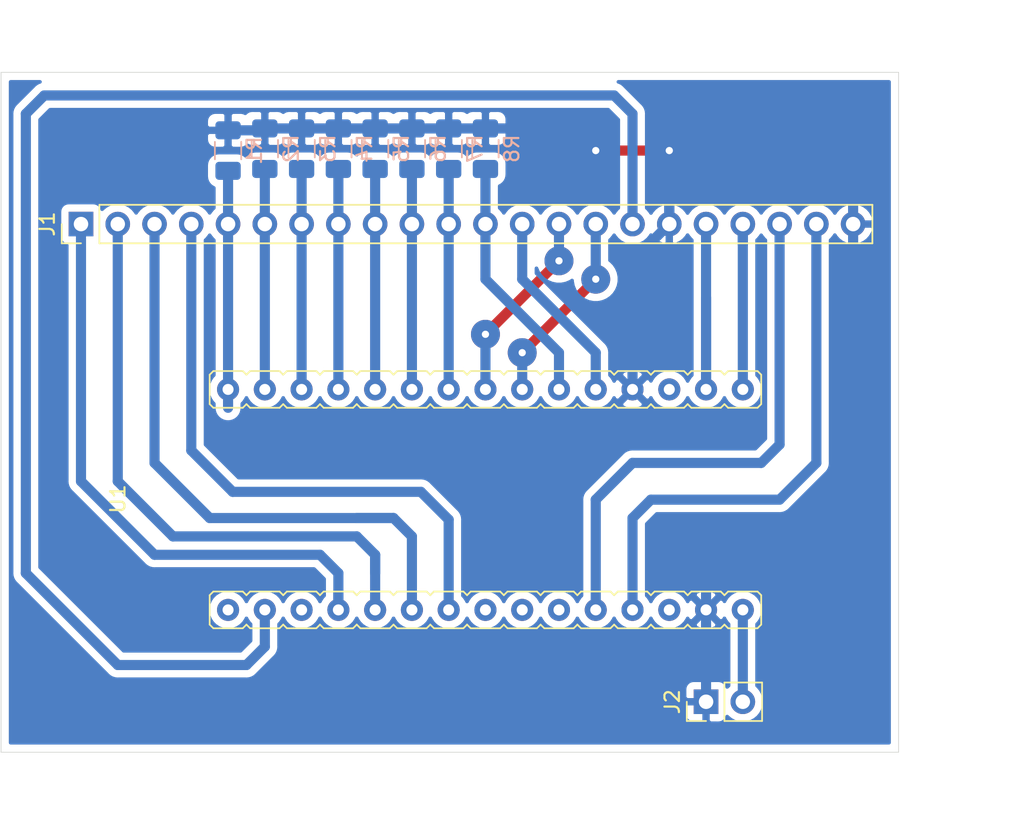
<source format=kicad_pcb>
(kicad_pcb (version 20171130) (host pcbnew "(5.1.0)-1")

  (general
    (thickness 1.6)
    (drawings 6)
    (tracks 104)
    (zones 0)
    (modules 11)
    (nets 23)
  )

  (page A4)
  (layers
    (0 F.Cu signal)
    (31 B.Cu signal)
    (32 B.Adhes user)
    (33 F.Adhes user)
    (34 B.Paste user)
    (35 F.Paste user)
    (36 B.SilkS user)
    (37 F.SilkS user)
    (38 B.Mask user)
    (39 F.Mask user)
    (40 Dwgs.User user)
    (41 Cmts.User user)
    (42 Eco1.User user)
    (43 Eco2.User user)
    (44 Edge.Cuts user)
    (45 Margin user)
    (46 B.CrtYd user)
    (47 F.CrtYd user)
    (48 B.Fab user)
    (49 F.Fab user)
  )

  (setup
    (last_trace_width 0.7)
    (user_trace_width 0.7)
    (trace_clearance 0.2)
    (zone_clearance 0.508)
    (zone_45_only no)
    (trace_min 0.2)
    (via_size 0.8)
    (via_drill 0.4)
    (via_min_size 0.4)
    (via_min_drill 0.3)
    (user_via 2 0.5)
    (uvia_size 0.3)
    (uvia_drill 0.1)
    (uvias_allowed no)
    (uvia_min_size 0.2)
    (uvia_min_drill 0.1)
    (edge_width 0.05)
    (segment_width 0.2)
    (pcb_text_width 0.3)
    (pcb_text_size 1.5 1.5)
    (mod_edge_width 0.12)
    (mod_text_size 1 1)
    (mod_text_width 0.15)
    (pad_size 1.524 1.524)
    (pad_drill 0.762)
    (pad_to_mask_clearance 0.051)
    (solder_mask_min_width 0.25)
    (aux_axis_origin 0 0)
    (visible_elements FFFFFF7F)
    (pcbplotparams
      (layerselection 0x010fc_ffffffff)
      (usegerberextensions false)
      (usegerberattributes false)
      (usegerberadvancedattributes false)
      (creategerberjobfile false)
      (excludeedgelayer true)
      (linewidth 0.100000)
      (plotframeref false)
      (viasonmask false)
      (mode 1)
      (useauxorigin false)
      (hpglpennumber 1)
      (hpglpenspeed 20)
      (hpglpendiameter 15.000000)
      (psnegative false)
      (psa4output false)
      (plotreference true)
      (plotvalue true)
      (plotinvisibletext false)
      (padsonsilk false)
      (subtractmaskfromsilk false)
      (outputformat 1)
      (mirror false)
      (drillshape 1)
      (scaleselection 1)
      (outputdirectory ""))
  )

  (net 0 "")
  (net 1 GND)
  (net 2 +5V)
  (net 3 /CD)
  (net 4 /RD)
  (net 5 /WR)
  (net 6 +3V3)
  (net 7 /SDA)
  (net 8 /SCL)
  (net 9 /OE)
  (net 10 /DB7)
  (net 11 /DB6)
  (net 12 /DB5)
  (net 13 /DB4)
  (net 14 /DB3)
  (net 15 /DB2)
  (net 16 /DB1)
  (net 17 /DB0)
  (net 18 /CE)
  (net 19 /RESET)
  (net 20 /MD2)
  (net 21 /FS)
  (net 22 "Net-(J2-Pad2)")

  (net_class Default "Dies ist die voreingestellte Netzklasse."
    (clearance 0.2)
    (trace_width 0.25)
    (via_dia 0.8)
    (via_drill 0.4)
    (uvia_dia 0.3)
    (uvia_drill 0.1)
    (add_net +3V3)
    (add_net +5V)
    (add_net /CD)
    (add_net /CE)
    (add_net /DB0)
    (add_net /DB1)
    (add_net /DB2)
    (add_net /DB3)
    (add_net /DB4)
    (add_net /DB5)
    (add_net /DB6)
    (add_net /DB7)
    (add_net /FS)
    (add_net /MD2)
    (add_net /OE)
    (add_net /RD)
    (add_net /RESET)
    (add_net /SCL)
    (add_net /SDA)
    (add_net /WR)
    (add_net GND)
    (add_net "Net-(J2-Pad2)")
  )

  (module MK_Footprints:STM32F303K8T_NUCLEO (layer F.Cu) (tedit 5D8F2473) (tstamp 5EE54CD9)
    (at 124.46 129.54 270)
    (path /5EE60132)
    (fp_text reference U1 (at -0.05 25.39 270) (layer F.SilkS)
      (effects (font (size 1 1) (thickness 0.15)))
    )
    (fp_text value STM32F303K8T_NUCLEO (at 0.03 -28.26 270) (layer F.Fab)
      (effects (font (size 1 1) (thickness 0.15)))
    )
    (fp_line (start -3.81 -22.86) (end -3.81 -26.78) (layer F.CrtYd) (width 0.12))
    (fp_line (start 3.81 -22.86) (end -3.81 -22.86) (layer F.CrtYd) (width 0.12))
    (fp_line (start 3.81 -26.78) (end 3.81 -22.86) (layer F.CrtYd) (width 0.12))
    (fp_line (start -6.604 19.05) (end -8.636 19.05) (layer F.SilkS) (width 0.12))
    (fp_line (start 6.604 19.05) (end 8.636 19.05) (layer F.SilkS) (width 0.12))
    (fp_line (start -9.27 -26.78) (end -9.27 23.51) (layer F.CrtYd) (width 0.12))
    (fp_line (start 9.27 23.51) (end 9.27 -26.78) (layer F.CrtYd) (width 0.12))
    (fp_line (start -9.27 23.51) (end 9.27 23.51) (layer F.CrtYd) (width 0.12))
    (fp_line (start -9.27 -26.78) (end 9.27 -26.78) (layer F.CrtYd) (width 0.12))
    (fp_line (start 6.604 -19.05) (end 6.35 -18.796) (layer F.SilkS) (width 0.12))
    (fp_line (start 6.604 -16.51) (end 6.35 -16.256) (layer F.SilkS) (width 0.12))
    (fp_line (start 6.604 -19.05) (end 8.636 -19.05) (layer F.SilkS) (width 0.12))
    (fp_line (start 6.35 -16.764) (end 6.35 -18.796) (layer F.SilkS) (width 0.12))
    (fp_line (start 8.636 -16.51) (end 8.89 -16.256) (layer F.SilkS) (width 0.12))
    (fp_line (start 6.35 -16.764) (end 6.604 -16.51) (layer F.SilkS) (width 0.12))
    (fp_line (start 8.636 -19.05) (end 8.89 -18.796) (layer F.SilkS) (width 0.12))
    (fp_line (start 8.636 -16.51) (end 8.89 -16.764) (layer F.SilkS) (width 0.12))
    (fp_line (start 8.89 -18.796) (end 8.89 -16.764) (layer F.SilkS) (width 0.12))
    (fp_line (start 8.89 -16.256) (end 8.89 -14.224) (layer F.SilkS) (width 0.12))
    (fp_line (start 6.35 -14.224) (end 6.604 -13.97) (layer F.SilkS) (width 0.12))
    (fp_line (start 8.636 -13.97) (end 8.89 -14.224) (layer F.SilkS) (width 0.12))
    (fp_line (start 6.35 -11.684) (end 6.35 -13.716) (layer F.SilkS) (width 0.12))
    (fp_line (start 6.35 -14.224) (end 6.35 -16.256) (layer F.SilkS) (width 0.12))
    (fp_line (start 6.604 -13.97) (end 6.35 -13.716) (layer F.SilkS) (width 0.12))
    (fp_line (start 8.636 -13.97) (end 8.89 -13.716) (layer F.SilkS) (width 0.12))
    (fp_line (start 8.636 -11.43) (end 8.89 -11.684) (layer F.SilkS) (width 0.12))
    (fp_line (start 8.89 -13.716) (end 8.89 -11.684) (layer F.SilkS) (width 0.12))
    (fp_line (start 6.35 -11.684) (end 6.604 -11.43) (layer F.SilkS) (width 0.12))
    (fp_line (start 8.636 -8.89) (end 8.89 -9.144) (layer F.SilkS) (width 0.12))
    (fp_line (start 8.636 -11.43) (end 8.89 -11.176) (layer F.SilkS) (width 0.12))
    (fp_line (start 6.35 -9.144) (end 6.35 -11.176) (layer F.SilkS) (width 0.12))
    (fp_line (start 6.35 -9.144) (end 6.604 -8.89) (layer F.SilkS) (width 0.12))
    (fp_line (start 6.604 -11.43) (end 6.35 -11.176) (layer F.SilkS) (width 0.12))
    (fp_line (start 8.89 -11.176) (end 8.89 -9.144) (layer F.SilkS) (width 0.12))
    (fp_line (start 6.604 -8.89) (end 6.35 -8.636) (layer F.SilkS) (width 0.12))
    (fp_line (start 6.35 -6.604) (end 6.35 -8.636) (layer F.SilkS) (width 0.12))
    (fp_line (start 8.636 -6.35) (end 8.89 -6.604) (layer F.SilkS) (width 0.12))
    (fp_line (start 6.35 -6.604) (end 6.604 -6.35) (layer F.SilkS) (width 0.12))
    (fp_line (start 8.636 -8.89) (end 8.89 -8.636) (layer F.SilkS) (width 0.12))
    (fp_line (start 8.89 -8.636) (end 8.89 -6.604) (layer F.SilkS) (width 0.12))
    (fp_line (start 8.636 -3.81) (end 8.89 -4.064) (layer F.SilkS) (width 0.12))
    (fp_line (start 8.89 -6.096) (end 8.89 -4.064) (layer F.SilkS) (width 0.12))
    (fp_line (start 6.35 -4.064) (end 6.604 -3.81) (layer F.SilkS) (width 0.12))
    (fp_line (start 6.604 -6.35) (end 6.35 -6.096) (layer F.SilkS) (width 0.12))
    (fp_line (start 6.35 -4.064) (end 6.35 -6.096) (layer F.SilkS) (width 0.12))
    (fp_line (start 8.636 -6.35) (end 8.89 -6.096) (layer F.SilkS) (width 0.12))
    (fp_line (start 8.636 -1.27) (end 8.89 -1.524) (layer F.SilkS) (width 0.12))
    (fp_line (start 6.35 -1.524) (end 6.35 -3.556) (layer F.SilkS) (width 0.12))
    (fp_line (start 8.636 -3.81) (end 8.89 -3.556) (layer F.SilkS) (width 0.12))
    (fp_line (start 6.35 -1.524) (end 6.604 -1.27) (layer F.SilkS) (width 0.12))
    (fp_line (start 8.89 -3.556) (end 8.89 -1.524) (layer F.SilkS) (width 0.12))
    (fp_line (start 6.604 -3.81) (end 6.35 -3.556) (layer F.SilkS) (width 0.12))
    (fp_line (start 8.636 1.27) (end 8.89 1.016) (layer F.SilkS) (width 0.12))
    (fp_line (start 6.35 1.016) (end 6.604 1.27) (layer F.SilkS) (width 0.12))
    (fp_line (start 6.35 1.016) (end 6.35 -1.016) (layer F.SilkS) (width 0.12))
    (fp_line (start 8.89 -1.016) (end 8.89 1.016) (layer F.SilkS) (width 0.12))
    (fp_line (start 8.636 -1.27) (end 8.89 -1.016) (layer F.SilkS) (width 0.12))
    (fp_line (start 6.604 -1.27) (end 6.35 -1.016) (layer F.SilkS) (width 0.12))
    (fp_line (start 6.35 3.556) (end 6.35 1.524) (layer F.SilkS) (width 0.12))
    (fp_line (start 8.636 3.81) (end 8.89 3.556) (layer F.SilkS) (width 0.12))
    (fp_line (start 6.604 1.27) (end 6.35 1.524) (layer F.SilkS) (width 0.12))
    (fp_line (start 6.35 3.556) (end 6.604 3.81) (layer F.SilkS) (width 0.12))
    (fp_line (start 8.89 1.524) (end 8.89 3.556) (layer F.SilkS) (width 0.12))
    (fp_line (start 8.636 1.27) (end 8.89 1.524) (layer F.SilkS) (width 0.12))
    (fp_line (start 6.35 6.096) (end 6.35 4.064) (layer F.SilkS) (width 0.12))
    (fp_line (start 8.636 3.81) (end 8.89 4.064) (layer F.SilkS) (width 0.12))
    (fp_line (start 8.89 4.064) (end 8.89 6.096) (layer F.SilkS) (width 0.12))
    (fp_line (start 6.604 3.81) (end 6.35 4.064) (layer F.SilkS) (width 0.12))
    (fp_line (start 6.35 6.096) (end 6.604 6.35) (layer F.SilkS) (width 0.12))
    (fp_line (start 8.636 6.35) (end 8.89 6.096) (layer F.SilkS) (width 0.12))
    (fp_line (start 8.636 8.89) (end 8.89 8.636) (layer F.SilkS) (width 0.12))
    (fp_line (start 6.35 8.636) (end 6.35 6.604) (layer F.SilkS) (width 0.12))
    (fp_line (start 6.604 6.35) (end 6.35 6.604) (layer F.SilkS) (width 0.12))
    (fp_line (start 8.89 6.604) (end 8.89 8.636) (layer F.SilkS) (width 0.12))
    (fp_line (start 8.636 6.35) (end 8.89 6.604) (layer F.SilkS) (width 0.12))
    (fp_line (start 6.35 8.636) (end 6.604 8.89) (layer F.SilkS) (width 0.12))
    (fp_line (start 6.35 11.176) (end 6.35 9.144) (layer F.SilkS) (width 0.12))
    (fp_line (start 6.35 11.176) (end 6.604 11.43) (layer F.SilkS) (width 0.12))
    (fp_line (start 8.89 9.144) (end 8.89 11.176) (layer F.SilkS) (width 0.12))
    (fp_line (start 8.636 11.43) (end 8.89 11.176) (layer F.SilkS) (width 0.12))
    (fp_line (start 6.604 8.89) (end 6.35 9.144) (layer F.SilkS) (width 0.12))
    (fp_line (start 8.636 8.89) (end 8.89 9.144) (layer F.SilkS) (width 0.12))
    (fp_line (start 8.89 11.684) (end 8.89 13.716) (layer F.SilkS) (width 0.12))
    (fp_line (start 6.35 13.716) (end 6.35 11.684) (layer F.SilkS) (width 0.12))
    (fp_line (start 8.636 13.97) (end 8.89 13.716) (layer F.SilkS) (width 0.12))
    (fp_line (start 8.636 11.43) (end 8.89 11.684) (layer F.SilkS) (width 0.12))
    (fp_line (start 6.604 11.43) (end 6.35 11.684) (layer F.SilkS) (width 0.12))
    (fp_line (start 6.35 13.716) (end 6.604 13.97) (layer F.SilkS) (width 0.12))
    (fp_line (start 8.636 13.97) (end 8.89 14.224) (layer F.SilkS) (width 0.12))
    (fp_line (start 8.89 14.224) (end 8.89 16.256) (layer F.SilkS) (width 0.12))
    (fp_line (start 6.35 16.256) (end 6.35 14.224) (layer F.SilkS) (width 0.12))
    (fp_line (start 6.35 16.256) (end 6.604 16.51) (layer F.SilkS) (width 0.12))
    (fp_line (start 6.604 13.97) (end 6.35 14.224) (layer F.SilkS) (width 0.12))
    (fp_line (start 8.636 16.51) (end 8.89 16.256) (layer F.SilkS) (width 0.12))
    (fp_line (start 8.636 19.05) (end 8.89 18.796) (layer F.SilkS) (width 0.12))
    (fp_line (start 6.604 16.51) (end 6.35 16.764) (layer F.SilkS) (width 0.12))
    (fp_line (start 8.89 16.764) (end 8.89 18.796) (layer F.SilkS) (width 0.12))
    (fp_line (start 8.636 16.51) (end 8.89 16.764) (layer F.SilkS) (width 0.12))
    (fp_line (start 6.35 18.796) (end 6.604 19.05) (layer F.SilkS) (width 0.12))
    (fp_line (start 6.35 18.796) (end 6.35 16.764) (layer F.SilkS) (width 0.12))
    (fp_line (start -8.636 16.51) (end -8.89 16.764) (layer F.SilkS) (width 0.12))
    (fp_line (start -6.604 16.51) (end -6.35 16.764) (layer F.SilkS) (width 0.12))
    (fp_line (start -6.35 16.764) (end -6.35 18.796) (layer F.SilkS) (width 0.12))
    (fp_line (start -8.89 18.796) (end -8.636 19.05) (layer F.SilkS) (width 0.12))
    (fp_line (start -6.604 19.05) (end -6.35 18.796) (layer F.SilkS) (width 0.12))
    (fp_line (start -8.89 18.796) (end -8.89 16.764) (layer F.SilkS) (width 0.12))
    (fp_line (start -8.636 13.97) (end -8.89 14.224) (layer F.SilkS) (width 0.12))
    (fp_line (start -6.604 13.97) (end -6.35 14.224) (layer F.SilkS) (width 0.12))
    (fp_line (start -6.35 14.224) (end -6.35 16.256) (layer F.SilkS) (width 0.12))
    (fp_line (start -8.89 16.256) (end -8.636 16.51) (layer F.SilkS) (width 0.12))
    (fp_line (start -6.604 16.51) (end -6.35 16.256) (layer F.SilkS) (width 0.12))
    (fp_line (start -8.89 16.256) (end -8.89 14.224) (layer F.SilkS) (width 0.12))
    (fp_line (start -8.636 11.43) (end -8.89 11.684) (layer F.SilkS) (width 0.12))
    (fp_line (start -6.604 11.43) (end -6.35 11.684) (layer F.SilkS) (width 0.12))
    (fp_line (start -6.35 11.684) (end -6.35 13.716) (layer F.SilkS) (width 0.12))
    (fp_line (start -8.89 13.716) (end -8.636 13.97) (layer F.SilkS) (width 0.12))
    (fp_line (start -6.604 13.97) (end -6.35 13.716) (layer F.SilkS) (width 0.12))
    (fp_line (start -8.89 13.716) (end -8.89 11.684) (layer F.SilkS) (width 0.12))
    (fp_line (start -8.636 8.89) (end -8.89 9.144) (layer F.SilkS) (width 0.12))
    (fp_line (start -6.604 8.89) (end -6.35 9.144) (layer F.SilkS) (width 0.12))
    (fp_line (start -6.35 9.144) (end -6.35 11.176) (layer F.SilkS) (width 0.12))
    (fp_line (start -8.89 11.176) (end -8.636 11.43) (layer F.SilkS) (width 0.12))
    (fp_line (start -6.604 11.43) (end -6.35 11.176) (layer F.SilkS) (width 0.12))
    (fp_line (start -8.89 11.176) (end -8.89 9.144) (layer F.SilkS) (width 0.12))
    (fp_line (start -8.636 6.35) (end -8.89 6.604) (layer F.SilkS) (width 0.12))
    (fp_line (start -6.604 6.35) (end -6.35 6.604) (layer F.SilkS) (width 0.12))
    (fp_line (start -6.35 6.604) (end -6.35 8.636) (layer F.SilkS) (width 0.12))
    (fp_line (start -8.89 8.636) (end -8.636 8.89) (layer F.SilkS) (width 0.12))
    (fp_line (start -6.604 8.89) (end -6.35 8.636) (layer F.SilkS) (width 0.12))
    (fp_line (start -8.89 8.636) (end -8.89 6.604) (layer F.SilkS) (width 0.12))
    (fp_line (start -8.636 3.81) (end -8.89 4.064) (layer F.SilkS) (width 0.12))
    (fp_line (start -6.604 3.81) (end -6.35 4.064) (layer F.SilkS) (width 0.12))
    (fp_line (start -6.35 4.064) (end -6.35 6.096) (layer F.SilkS) (width 0.12))
    (fp_line (start -8.89 6.096) (end -8.636 6.35) (layer F.SilkS) (width 0.12))
    (fp_line (start -6.604 6.35) (end -6.35 6.096) (layer F.SilkS) (width 0.12))
    (fp_line (start -8.89 6.096) (end -8.89 4.064) (layer F.SilkS) (width 0.12))
    (fp_line (start -8.636 1.27) (end -8.89 1.524) (layer F.SilkS) (width 0.12))
    (fp_line (start -6.604 1.27) (end -6.35 1.524) (layer F.SilkS) (width 0.12))
    (fp_line (start -6.35 1.524) (end -6.35 3.556) (layer F.SilkS) (width 0.12))
    (fp_line (start -8.89 3.556) (end -8.636 3.81) (layer F.SilkS) (width 0.12))
    (fp_line (start -6.604 3.81) (end -6.35 3.556) (layer F.SilkS) (width 0.12))
    (fp_line (start -8.89 3.556) (end -8.89 1.524) (layer F.SilkS) (width 0.12))
    (fp_line (start -8.636 -1.27) (end -8.89 -1.016) (layer F.SilkS) (width 0.12))
    (fp_line (start -6.604 -1.27) (end -6.35 -1.016) (layer F.SilkS) (width 0.12))
    (fp_line (start -6.35 -1.016) (end -6.35 1.016) (layer F.SilkS) (width 0.12))
    (fp_line (start -8.89 1.016) (end -8.636 1.27) (layer F.SilkS) (width 0.12))
    (fp_line (start -6.604 1.27) (end -6.35 1.016) (layer F.SilkS) (width 0.12))
    (fp_line (start -8.89 1.016) (end -8.89 -1.016) (layer F.SilkS) (width 0.12))
    (fp_line (start -8.636 -3.81) (end -8.89 -3.556) (layer F.SilkS) (width 0.12))
    (fp_line (start -6.604 -3.81) (end -6.35 -3.556) (layer F.SilkS) (width 0.12))
    (fp_line (start -6.35 -3.556) (end -6.35 -1.524) (layer F.SilkS) (width 0.12))
    (fp_line (start -8.89 -1.524) (end -8.636 -1.27) (layer F.SilkS) (width 0.12))
    (fp_line (start -6.604 -1.27) (end -6.35 -1.524) (layer F.SilkS) (width 0.12))
    (fp_line (start -8.89 -1.524) (end -8.89 -3.556) (layer F.SilkS) (width 0.12))
    (fp_line (start -8.636 -6.35) (end -8.89 -6.096) (layer F.SilkS) (width 0.12))
    (fp_line (start -6.604 -6.35) (end -6.35 -6.096) (layer F.SilkS) (width 0.12))
    (fp_line (start -6.35 -6.096) (end -6.35 -4.064) (layer F.SilkS) (width 0.12))
    (fp_line (start -8.89 -4.064) (end -8.636 -3.81) (layer F.SilkS) (width 0.12))
    (fp_line (start -6.604 -3.81) (end -6.35 -4.064) (layer F.SilkS) (width 0.12))
    (fp_line (start -8.89 -4.064) (end -8.89 -6.096) (layer F.SilkS) (width 0.12))
    (fp_line (start -8.636 -8.89) (end -8.89 -8.636) (layer F.SilkS) (width 0.12))
    (fp_line (start -6.604 -8.89) (end -6.35 -8.636) (layer F.SilkS) (width 0.12))
    (fp_line (start -6.35 -8.636) (end -6.35 -6.604) (layer F.SilkS) (width 0.12))
    (fp_line (start -8.89 -6.604) (end -8.636 -6.35) (layer F.SilkS) (width 0.12))
    (fp_line (start -6.604 -6.35) (end -6.35 -6.604) (layer F.SilkS) (width 0.12))
    (fp_line (start -8.89 -6.604) (end -8.89 -8.636) (layer F.SilkS) (width 0.12))
    (fp_line (start -8.636 -11.43) (end -8.89 -11.176) (layer F.SilkS) (width 0.12))
    (fp_line (start -6.604 -11.43) (end -6.35 -11.176) (layer F.SilkS) (width 0.12))
    (fp_line (start -6.35 -11.176) (end -6.35 -9.144) (layer F.SilkS) (width 0.12))
    (fp_line (start -8.89 -9.144) (end -8.636 -8.89) (layer F.SilkS) (width 0.12))
    (fp_line (start -6.604 -8.89) (end -6.35 -9.144) (layer F.SilkS) (width 0.12))
    (fp_line (start -8.89 -9.144) (end -8.89 -11.176) (layer F.SilkS) (width 0.12))
    (fp_line (start -8.636 -13.97) (end -8.89 -13.716) (layer F.SilkS) (width 0.12))
    (fp_line (start -6.604 -13.97) (end -6.35 -13.716) (layer F.SilkS) (width 0.12))
    (fp_line (start -6.35 -13.716) (end -6.35 -11.684) (layer F.SilkS) (width 0.12))
    (fp_line (start -8.89 -11.684) (end -8.636 -11.43) (layer F.SilkS) (width 0.12))
    (fp_line (start -6.604 -11.43) (end -6.35 -11.684) (layer F.SilkS) (width 0.12))
    (fp_line (start -8.89 -11.684) (end -8.89 -13.716) (layer F.SilkS) (width 0.12))
    (fp_line (start -8.89 -14.224) (end -8.89 -16.256) (layer F.SilkS) (width 0.12))
    (fp_line (start -8.89 -14.224) (end -8.636 -13.97) (layer F.SilkS) (width 0.12))
    (fp_line (start -6.604 -13.97) (end -6.35 -14.224) (layer F.SilkS) (width 0.12))
    (fp_line (start -6.35 -16.256) (end -6.35 -14.224) (layer F.SilkS) (width 0.12))
    (fp_line (start -6.35 -18.796) (end -6.35 -16.764) (layer F.SilkS) (width 0.12))
    (fp_line (start -8.636 -19.05) (end -6.604 -19.05) (layer F.SilkS) (width 0.12))
    (fp_line (start -8.89 -16.764) (end -8.89 -18.796) (layer F.SilkS) (width 0.12))
    (fp_line (start -6.604 -16.51) (end -6.35 -16.256) (layer F.SilkS) (width 0.12))
    (fp_line (start -8.636 -16.51) (end -8.89 -16.256) (layer F.SilkS) (width 0.12))
    (fp_line (start -6.604 -16.51) (end -6.35 -16.764) (layer F.SilkS) (width 0.12))
    (fp_line (start -8.89 -16.764) (end -8.636 -16.51) (layer F.SilkS) (width 0.12))
    (fp_line (start -6.604 -19.05) (end -6.35 -18.796) (layer F.SilkS) (width 0.12))
    (fp_line (start -8.636 -19.05) (end -8.89 -18.796) (layer F.SilkS) (width 0.12))
    (pad 27 thru_hole circle (at -7.62 -10.16 270) (size 1.524 1.524) (drill 0.762) (layers *.Cu *.Mask)
      (net 1 GND))
    (pad 26 thru_hole circle (at -7.62 -7.62 270) (size 1.524 1.524) (drill 0.762) (layers *.Cu *.Mask)
      (net 9 /OE))
    (pad 29 thru_hole circle (at -7.62 -15.24 270) (size 1.524 1.524) (drill 0.762) (layers *.Cu *.Mask)
      (net 5 /WR))
    (pad 30 thru_hole circle (at -7.62 -17.78) (size 1.524 1.524) (drill 0.762) (layers *.Cu *.Mask)
      (net 4 /RD))
    (pad 25 thru_hole circle (at -7.62 -5.08 270) (size 1.524 1.524) (drill 0.762) (layers *.Cu *.Mask)
      (net 10 /DB7))
    (pad 24 thru_hole circle (at -7.62 -2.54 270) (size 1.524 1.524) (drill 0.762) (layers *.Cu *.Mask)
      (net 7 /SDA))
    (pad 23 thru_hole circle (at -7.62 0 270) (size 1.524 1.524) (drill 0.762) (layers *.Cu *.Mask)
      (net 8 /SCL))
    (pad 28 thru_hole circle (at -7.62 -12.7 270) (size 1.524 1.524) (drill 0.762) (layers *.Cu *.Mask))
    (pad 19 thru_hole circle (at -7.62 10.16 270) (size 1.524 1.524) (drill 0.762) (layers *.Cu *.Mask)
      (net 14 /DB3))
    (pad 18 thru_hole circle (at -7.62 12.7 270) (size 1.524 1.524) (drill 0.762) (layers *.Cu *.Mask)
      (net 15 /DB2))
    (pad 17 thru_hole circle (at -7.62 15.24 270) (size 1.524 1.524) (drill 0.762) (layers *.Cu *.Mask)
      (net 16 /DB1))
    (pad 20 thru_hole circle (at -7.62 7.62 270) (size 1.524 1.524) (drill 0.762) (layers *.Cu *.Mask)
      (net 13 /DB4))
    (pad 16 thru_hole circle (at -7.62 17.78 270) (size 1.524 1.524) (drill 0.762) (layers *.Cu *.Mask)
      (net 17 /DB0))
    (pad 22 thru_hole circle (at -7.62 2.54) (size 1.524 1.524) (drill 0.762) (layers *.Cu *.Mask)
      (net 11 /DB6))
    (pad 21 thru_hole circle (at -7.62 5.08 270) (size 1.524 1.524) (drill 0.762) (layers *.Cu *.Mask)
      (net 12 /DB5))
    (pad 9 thru_hole circle (at 7.62 2.54) (size 1.524 1.524) (drill 0.762) (layers *.Cu *.Mask)
      (net 18 /CE))
    (pad 10 thru_hole circle (at 7.62 5.08 270) (size 1.524 1.524) (drill 0.762) (layers *.Cu *.Mask)
      (net 19 /RESET))
    (pad 11 thru_hole circle (at 7.62 7.62 270) (size 1.524 1.524) (drill 0.762) (layers *.Cu *.Mask)
      (net 20 /MD2))
    (pad 15 thru_hole circle (at 7.62 17.78 270) (size 1.524 1.524) (drill 0.762) (layers *.Cu *.Mask))
    (pad 14 thru_hole circle (at 7.62 15.24 270) (size 1.524 1.524) (drill 0.762) (layers *.Cu *.Mask)
      (net 6 +3V3))
    (pad 13 thru_hole circle (at 7.62 12.7 270) (size 1.524 1.524) (drill 0.762) (layers *.Cu *.Mask))
    (pad 12 thru_hole circle (at 7.62 10.16 270) (size 1.524 1.524) (drill 0.762) (layers *.Cu *.Mask)
      (net 21 /FS))
    (pad 8 thru_hole circle (at 7.62 0 270) (size 1.524 1.524) (drill 0.762) (layers *.Cu *.Mask))
    (pad 7 thru_hole circle (at 7.62 -2.54 270) (size 1.524 1.524) (drill 0.762) (layers *.Cu *.Mask))
    (pad 6 thru_hole circle (at 7.62 -5.08 270) (size 1.524 1.524) (drill 0.762) (layers *.Cu *.Mask))
    (pad 5 thru_hole circle (at 7.62 -7.62 270) (size 1.524 1.524) (drill 0.762) (layers *.Cu *.Mask)
      (net 3 /CD))
    (pad 4 thru_hole circle (at 7.62 -10.16 270) (size 1.524 1.524) (drill 0.762) (layers *.Cu *.Mask)
      (net 2 +5V))
    (pad 3 thru_hole circle (at 7.62 -12.7 270) (size 1.524 1.524) (drill 0.762) (layers *.Cu *.Mask))
    (pad 2 thru_hole circle (at 7.62 -15.24 270) (size 1.524 1.524) (drill 0.762) (layers *.Cu *.Mask)
      (net 1 GND))
    (pad 1 thru_hole circle (at 7.62 -17.78) (size 1.524 1.524) (drill 0.762) (layers *.Cu *.Mask)
      (net 22 "Net-(J2-Pad2)"))
  )

  (module Resistor_SMD:R_1206_3216Metric (layer B.Cu) (tedit 5B301BBD) (tstamp 5EE54659)
    (at 124.46 105.28 90)
    (descr "Resistor SMD 1206 (3216 Metric), square (rectangular) end terminal, IPC_7351 nominal, (Body size source: http://www.tortai-tech.com/upload/download/2011102023233369053.pdf), generated with kicad-footprint-generator")
    (tags resistor)
    (path /5EE683DB)
    (attr smd)
    (fp_text reference R8 (at 0 1.82 90) (layer B.SilkS)
      (effects (font (size 1 1) (thickness 0.15)) (justify mirror))
    )
    (fp_text value 1k (at 0 -1.82 90) (layer B.Fab)
      (effects (font (size 1 1) (thickness 0.15)) (justify mirror))
    )
    (fp_text user %R (at 0 0 90) (layer B.Fab)
      (effects (font (size 0.8 0.8) (thickness 0.12)) (justify mirror))
    )
    (fp_line (start 2.28 -1.12) (end -2.28 -1.12) (layer B.CrtYd) (width 0.05))
    (fp_line (start 2.28 1.12) (end 2.28 -1.12) (layer B.CrtYd) (width 0.05))
    (fp_line (start -2.28 1.12) (end 2.28 1.12) (layer B.CrtYd) (width 0.05))
    (fp_line (start -2.28 -1.12) (end -2.28 1.12) (layer B.CrtYd) (width 0.05))
    (fp_line (start -0.602064 -0.91) (end 0.602064 -0.91) (layer B.SilkS) (width 0.12))
    (fp_line (start -0.602064 0.91) (end 0.602064 0.91) (layer B.SilkS) (width 0.12))
    (fp_line (start 1.6 -0.8) (end -1.6 -0.8) (layer B.Fab) (width 0.1))
    (fp_line (start 1.6 0.8) (end 1.6 -0.8) (layer B.Fab) (width 0.1))
    (fp_line (start -1.6 0.8) (end 1.6 0.8) (layer B.Fab) (width 0.1))
    (fp_line (start -1.6 -0.8) (end -1.6 0.8) (layer B.Fab) (width 0.1))
    (pad 2 smd roundrect (at 1.4 0 90) (size 1.25 1.75) (layers B.Cu B.Paste B.Mask) (roundrect_rratio 0.2)
      (net 1 GND))
    (pad 1 smd roundrect (at -1.4 0 90) (size 1.25 1.75) (layers B.Cu B.Paste B.Mask) (roundrect_rratio 0.2)
      (net 10 /DB7))
    (model ${KISYS3DMOD}/Resistor_SMD.3dshapes/R_1206_3216Metric.wrl
      (at (xyz 0 0 0))
      (scale (xyz 1 1 1))
      (rotate (xyz 0 0 0))
    )
  )

  (module Resistor_SMD:R_1206_3216Metric (layer B.Cu) (tedit 5B301BBD) (tstamp 5EE54648)
    (at 121.92 105.28 90)
    (descr "Resistor SMD 1206 (3216 Metric), square (rectangular) end terminal, IPC_7351 nominal, (Body size source: http://www.tortai-tech.com/upload/download/2011102023233369053.pdf), generated with kicad-footprint-generator")
    (tags resistor)
    (path /5EE6CC41)
    (attr smd)
    (fp_text reference R7 (at 0 1.82 90) (layer B.SilkS)
      (effects (font (size 1 1) (thickness 0.15)) (justify mirror))
    )
    (fp_text value 1k (at 0 -1.82 90) (layer B.Fab)
      (effects (font (size 1 1) (thickness 0.15)) (justify mirror))
    )
    (fp_text user %R (at 0 0 90) (layer B.Fab)
      (effects (font (size 0.8 0.8) (thickness 0.12)) (justify mirror))
    )
    (fp_line (start 2.28 -1.12) (end -2.28 -1.12) (layer B.CrtYd) (width 0.05))
    (fp_line (start 2.28 1.12) (end 2.28 -1.12) (layer B.CrtYd) (width 0.05))
    (fp_line (start -2.28 1.12) (end 2.28 1.12) (layer B.CrtYd) (width 0.05))
    (fp_line (start -2.28 -1.12) (end -2.28 1.12) (layer B.CrtYd) (width 0.05))
    (fp_line (start -0.602064 -0.91) (end 0.602064 -0.91) (layer B.SilkS) (width 0.12))
    (fp_line (start -0.602064 0.91) (end 0.602064 0.91) (layer B.SilkS) (width 0.12))
    (fp_line (start 1.6 -0.8) (end -1.6 -0.8) (layer B.Fab) (width 0.1))
    (fp_line (start 1.6 0.8) (end 1.6 -0.8) (layer B.Fab) (width 0.1))
    (fp_line (start -1.6 0.8) (end 1.6 0.8) (layer B.Fab) (width 0.1))
    (fp_line (start -1.6 -0.8) (end -1.6 0.8) (layer B.Fab) (width 0.1))
    (pad 2 smd roundrect (at 1.4 0 90) (size 1.25 1.75) (layers B.Cu B.Paste B.Mask) (roundrect_rratio 0.2)
      (net 1 GND))
    (pad 1 smd roundrect (at -1.4 0 90) (size 1.25 1.75) (layers B.Cu B.Paste B.Mask) (roundrect_rratio 0.2)
      (net 11 /DB6))
    (model ${KISYS3DMOD}/Resistor_SMD.3dshapes/R_1206_3216Metric.wrl
      (at (xyz 0 0 0))
      (scale (xyz 1 1 1))
      (rotate (xyz 0 0 0))
    )
  )

  (module Resistor_SMD:R_1206_3216Metric (layer B.Cu) (tedit 5B301BBD) (tstamp 5EE54637)
    (at 119.38 105.28 90)
    (descr "Resistor SMD 1206 (3216 Metric), square (rectangular) end terminal, IPC_7351 nominal, (Body size source: http://www.tortai-tech.com/upload/download/2011102023233369053.pdf), generated with kicad-footprint-generator")
    (tags resistor)
    (path /5EE6DFA8)
    (attr smd)
    (fp_text reference R6 (at 0 1.82 90) (layer B.SilkS)
      (effects (font (size 1 1) (thickness 0.15)) (justify mirror))
    )
    (fp_text value 1k (at 0 -1.82 90) (layer B.Fab)
      (effects (font (size 1 1) (thickness 0.15)) (justify mirror))
    )
    (fp_text user %R (at 0 0 90) (layer B.Fab)
      (effects (font (size 0.8 0.8) (thickness 0.12)) (justify mirror))
    )
    (fp_line (start 2.28 -1.12) (end -2.28 -1.12) (layer B.CrtYd) (width 0.05))
    (fp_line (start 2.28 1.12) (end 2.28 -1.12) (layer B.CrtYd) (width 0.05))
    (fp_line (start -2.28 1.12) (end 2.28 1.12) (layer B.CrtYd) (width 0.05))
    (fp_line (start -2.28 -1.12) (end -2.28 1.12) (layer B.CrtYd) (width 0.05))
    (fp_line (start -0.602064 -0.91) (end 0.602064 -0.91) (layer B.SilkS) (width 0.12))
    (fp_line (start -0.602064 0.91) (end 0.602064 0.91) (layer B.SilkS) (width 0.12))
    (fp_line (start 1.6 -0.8) (end -1.6 -0.8) (layer B.Fab) (width 0.1))
    (fp_line (start 1.6 0.8) (end 1.6 -0.8) (layer B.Fab) (width 0.1))
    (fp_line (start -1.6 0.8) (end 1.6 0.8) (layer B.Fab) (width 0.1))
    (fp_line (start -1.6 -0.8) (end -1.6 0.8) (layer B.Fab) (width 0.1))
    (pad 2 smd roundrect (at 1.4 0 90) (size 1.25 1.75) (layers B.Cu B.Paste B.Mask) (roundrect_rratio 0.2)
      (net 1 GND))
    (pad 1 smd roundrect (at -1.4 0 90) (size 1.25 1.75) (layers B.Cu B.Paste B.Mask) (roundrect_rratio 0.2)
      (net 12 /DB5))
    (model ${KISYS3DMOD}/Resistor_SMD.3dshapes/R_1206_3216Metric.wrl
      (at (xyz 0 0 0))
      (scale (xyz 1 1 1))
      (rotate (xyz 0 0 0))
    )
  )

  (module Resistor_SMD:R_1206_3216Metric (layer B.Cu) (tedit 5B301BBD) (tstamp 5EE54626)
    (at 116.84 105.28 90)
    (descr "Resistor SMD 1206 (3216 Metric), square (rectangular) end terminal, IPC_7351 nominal, (Body size source: http://www.tortai-tech.com/upload/download/2011102023233369053.pdf), generated with kicad-footprint-generator")
    (tags resistor)
    (path /5EE6DFAE)
    (attr smd)
    (fp_text reference R5 (at 0 1.82 90) (layer B.SilkS)
      (effects (font (size 1 1) (thickness 0.15)) (justify mirror))
    )
    (fp_text value 1k (at 0 -1.82 90) (layer B.Fab)
      (effects (font (size 1 1) (thickness 0.15)) (justify mirror))
    )
    (fp_text user %R (at 0 0 90) (layer B.Fab)
      (effects (font (size 0.8 0.8) (thickness 0.12)) (justify mirror))
    )
    (fp_line (start 2.28 -1.12) (end -2.28 -1.12) (layer B.CrtYd) (width 0.05))
    (fp_line (start 2.28 1.12) (end 2.28 -1.12) (layer B.CrtYd) (width 0.05))
    (fp_line (start -2.28 1.12) (end 2.28 1.12) (layer B.CrtYd) (width 0.05))
    (fp_line (start -2.28 -1.12) (end -2.28 1.12) (layer B.CrtYd) (width 0.05))
    (fp_line (start -0.602064 -0.91) (end 0.602064 -0.91) (layer B.SilkS) (width 0.12))
    (fp_line (start -0.602064 0.91) (end 0.602064 0.91) (layer B.SilkS) (width 0.12))
    (fp_line (start 1.6 -0.8) (end -1.6 -0.8) (layer B.Fab) (width 0.1))
    (fp_line (start 1.6 0.8) (end 1.6 -0.8) (layer B.Fab) (width 0.1))
    (fp_line (start -1.6 0.8) (end 1.6 0.8) (layer B.Fab) (width 0.1))
    (fp_line (start -1.6 -0.8) (end -1.6 0.8) (layer B.Fab) (width 0.1))
    (pad 2 smd roundrect (at 1.4 0 90) (size 1.25 1.75) (layers B.Cu B.Paste B.Mask) (roundrect_rratio 0.2)
      (net 1 GND))
    (pad 1 smd roundrect (at -1.4 0 90) (size 1.25 1.75) (layers B.Cu B.Paste B.Mask) (roundrect_rratio 0.2)
      (net 13 /DB4))
    (model ${KISYS3DMOD}/Resistor_SMD.3dshapes/R_1206_3216Metric.wrl
      (at (xyz 0 0 0))
      (scale (xyz 1 1 1))
      (rotate (xyz 0 0 0))
    )
  )

  (module Resistor_SMD:R_1206_3216Metric (layer B.Cu) (tedit 5B301BBD) (tstamp 5EE54615)
    (at 114.3 105.28 90)
    (descr "Resistor SMD 1206 (3216 Metric), square (rectangular) end terminal, IPC_7351 nominal, (Body size source: http://www.tortai-tech.com/upload/download/2011102023233369053.pdf), generated with kicad-footprint-generator")
    (tags resistor)
    (path /5EE6F1C5)
    (attr smd)
    (fp_text reference R4 (at 0 1.82 90) (layer B.SilkS)
      (effects (font (size 1 1) (thickness 0.15)) (justify mirror))
    )
    (fp_text value 1k (at 0 -1.82 90) (layer B.Fab)
      (effects (font (size 1 1) (thickness 0.15)) (justify mirror))
    )
    (fp_text user %R (at 0 0 90) (layer B.Fab)
      (effects (font (size 0.8 0.8) (thickness 0.12)) (justify mirror))
    )
    (fp_line (start 2.28 -1.12) (end -2.28 -1.12) (layer B.CrtYd) (width 0.05))
    (fp_line (start 2.28 1.12) (end 2.28 -1.12) (layer B.CrtYd) (width 0.05))
    (fp_line (start -2.28 1.12) (end 2.28 1.12) (layer B.CrtYd) (width 0.05))
    (fp_line (start -2.28 -1.12) (end -2.28 1.12) (layer B.CrtYd) (width 0.05))
    (fp_line (start -0.602064 -0.91) (end 0.602064 -0.91) (layer B.SilkS) (width 0.12))
    (fp_line (start -0.602064 0.91) (end 0.602064 0.91) (layer B.SilkS) (width 0.12))
    (fp_line (start 1.6 -0.8) (end -1.6 -0.8) (layer B.Fab) (width 0.1))
    (fp_line (start 1.6 0.8) (end 1.6 -0.8) (layer B.Fab) (width 0.1))
    (fp_line (start -1.6 0.8) (end 1.6 0.8) (layer B.Fab) (width 0.1))
    (fp_line (start -1.6 -0.8) (end -1.6 0.8) (layer B.Fab) (width 0.1))
    (pad 2 smd roundrect (at 1.4 0 90) (size 1.25 1.75) (layers B.Cu B.Paste B.Mask) (roundrect_rratio 0.2)
      (net 1 GND))
    (pad 1 smd roundrect (at -1.4 0 90) (size 1.25 1.75) (layers B.Cu B.Paste B.Mask) (roundrect_rratio 0.2)
      (net 14 /DB3))
    (model ${KISYS3DMOD}/Resistor_SMD.3dshapes/R_1206_3216Metric.wrl
      (at (xyz 0 0 0))
      (scale (xyz 1 1 1))
      (rotate (xyz 0 0 0))
    )
  )

  (module Resistor_SMD:R_1206_3216Metric (layer B.Cu) (tedit 5B301BBD) (tstamp 5EE54604)
    (at 111.76 105.28 90)
    (descr "Resistor SMD 1206 (3216 Metric), square (rectangular) end terminal, IPC_7351 nominal, (Body size source: http://www.tortai-tech.com/upload/download/2011102023233369053.pdf), generated with kicad-footprint-generator")
    (tags resistor)
    (path /5EE6F1CB)
    (attr smd)
    (fp_text reference R3 (at 0 1.82 90) (layer B.SilkS)
      (effects (font (size 1 1) (thickness 0.15)) (justify mirror))
    )
    (fp_text value 1k (at 0 -1.82 90) (layer B.Fab)
      (effects (font (size 1 1) (thickness 0.15)) (justify mirror))
    )
    (fp_text user %R (at 0 0 90) (layer B.Fab)
      (effects (font (size 0.8 0.8) (thickness 0.12)) (justify mirror))
    )
    (fp_line (start 2.28 -1.12) (end -2.28 -1.12) (layer B.CrtYd) (width 0.05))
    (fp_line (start 2.28 1.12) (end 2.28 -1.12) (layer B.CrtYd) (width 0.05))
    (fp_line (start -2.28 1.12) (end 2.28 1.12) (layer B.CrtYd) (width 0.05))
    (fp_line (start -2.28 -1.12) (end -2.28 1.12) (layer B.CrtYd) (width 0.05))
    (fp_line (start -0.602064 -0.91) (end 0.602064 -0.91) (layer B.SilkS) (width 0.12))
    (fp_line (start -0.602064 0.91) (end 0.602064 0.91) (layer B.SilkS) (width 0.12))
    (fp_line (start 1.6 -0.8) (end -1.6 -0.8) (layer B.Fab) (width 0.1))
    (fp_line (start 1.6 0.8) (end 1.6 -0.8) (layer B.Fab) (width 0.1))
    (fp_line (start -1.6 0.8) (end 1.6 0.8) (layer B.Fab) (width 0.1))
    (fp_line (start -1.6 -0.8) (end -1.6 0.8) (layer B.Fab) (width 0.1))
    (pad 2 smd roundrect (at 1.4 0 90) (size 1.25 1.75) (layers B.Cu B.Paste B.Mask) (roundrect_rratio 0.2)
      (net 1 GND))
    (pad 1 smd roundrect (at -1.4 0 90) (size 1.25 1.75) (layers B.Cu B.Paste B.Mask) (roundrect_rratio 0.2)
      (net 15 /DB2))
    (model ${KISYS3DMOD}/Resistor_SMD.3dshapes/R_1206_3216Metric.wrl
      (at (xyz 0 0 0))
      (scale (xyz 1 1 1))
      (rotate (xyz 0 0 0))
    )
  )

  (module Resistor_SMD:R_1206_3216Metric (layer B.Cu) (tedit 5B301BBD) (tstamp 5EE545F3)
    (at 109.22 105.28 90)
    (descr "Resistor SMD 1206 (3216 Metric), square (rectangular) end terminal, IPC_7351 nominal, (Body size source: http://www.tortai-tech.com/upload/download/2011102023233369053.pdf), generated with kicad-footprint-generator")
    (tags resistor)
    (path /5EE70194)
    (attr smd)
    (fp_text reference R2 (at 0 1.82 90) (layer B.SilkS)
      (effects (font (size 1 1) (thickness 0.15)) (justify mirror))
    )
    (fp_text value 1k (at 0 -1.82 90) (layer B.Fab)
      (effects (font (size 1 1) (thickness 0.15)) (justify mirror))
    )
    (fp_text user %R (at 0 0 90) (layer B.Fab)
      (effects (font (size 0.8 0.8) (thickness 0.12)) (justify mirror))
    )
    (fp_line (start 2.28 -1.12) (end -2.28 -1.12) (layer B.CrtYd) (width 0.05))
    (fp_line (start 2.28 1.12) (end 2.28 -1.12) (layer B.CrtYd) (width 0.05))
    (fp_line (start -2.28 1.12) (end 2.28 1.12) (layer B.CrtYd) (width 0.05))
    (fp_line (start -2.28 -1.12) (end -2.28 1.12) (layer B.CrtYd) (width 0.05))
    (fp_line (start -0.602064 -0.91) (end 0.602064 -0.91) (layer B.SilkS) (width 0.12))
    (fp_line (start -0.602064 0.91) (end 0.602064 0.91) (layer B.SilkS) (width 0.12))
    (fp_line (start 1.6 -0.8) (end -1.6 -0.8) (layer B.Fab) (width 0.1))
    (fp_line (start 1.6 0.8) (end 1.6 -0.8) (layer B.Fab) (width 0.1))
    (fp_line (start -1.6 0.8) (end 1.6 0.8) (layer B.Fab) (width 0.1))
    (fp_line (start -1.6 -0.8) (end -1.6 0.8) (layer B.Fab) (width 0.1))
    (pad 2 smd roundrect (at 1.4 0 90) (size 1.25 1.75) (layers B.Cu B.Paste B.Mask) (roundrect_rratio 0.2)
      (net 1 GND))
    (pad 1 smd roundrect (at -1.4 0 90) (size 1.25 1.75) (layers B.Cu B.Paste B.Mask) (roundrect_rratio 0.2)
      (net 16 /DB1))
    (model ${KISYS3DMOD}/Resistor_SMD.3dshapes/R_1206_3216Metric.wrl
      (at (xyz 0 0 0))
      (scale (xyz 1 1 1))
      (rotate (xyz 0 0 0))
    )
  )

  (module Resistor_SMD:R_1206_3216Metric (layer B.Cu) (tedit 5B301BBD) (tstamp 5EE545E2)
    (at 106.68 105.41 90)
    (descr "Resistor SMD 1206 (3216 Metric), square (rectangular) end terminal, IPC_7351 nominal, (Body size source: http://www.tortai-tech.com/upload/download/2011102023233369053.pdf), generated with kicad-footprint-generator")
    (tags resistor)
    (path /5EE7019A)
    (attr smd)
    (fp_text reference R1 (at 0 1.82 90) (layer B.SilkS)
      (effects (font (size 1 1) (thickness 0.15)) (justify mirror))
    )
    (fp_text value 1k (at 0 -1.82 90) (layer B.Fab)
      (effects (font (size 1 1) (thickness 0.15)) (justify mirror))
    )
    (fp_text user %R (at 0 0 90) (layer B.Fab)
      (effects (font (size 0.8 0.8) (thickness 0.12)) (justify mirror))
    )
    (fp_line (start 2.28 -1.12) (end -2.28 -1.12) (layer B.CrtYd) (width 0.05))
    (fp_line (start 2.28 1.12) (end 2.28 -1.12) (layer B.CrtYd) (width 0.05))
    (fp_line (start -2.28 1.12) (end 2.28 1.12) (layer B.CrtYd) (width 0.05))
    (fp_line (start -2.28 -1.12) (end -2.28 1.12) (layer B.CrtYd) (width 0.05))
    (fp_line (start -0.602064 -0.91) (end 0.602064 -0.91) (layer B.SilkS) (width 0.12))
    (fp_line (start -0.602064 0.91) (end 0.602064 0.91) (layer B.SilkS) (width 0.12))
    (fp_line (start 1.6 -0.8) (end -1.6 -0.8) (layer B.Fab) (width 0.1))
    (fp_line (start 1.6 0.8) (end 1.6 -0.8) (layer B.Fab) (width 0.1))
    (fp_line (start -1.6 0.8) (end 1.6 0.8) (layer B.Fab) (width 0.1))
    (fp_line (start -1.6 -0.8) (end -1.6 0.8) (layer B.Fab) (width 0.1))
    (pad 2 smd roundrect (at 1.4 0 90) (size 1.25 1.75) (layers B.Cu B.Paste B.Mask) (roundrect_rratio 0.2)
      (net 1 GND))
    (pad 1 smd roundrect (at -1.4 0 90) (size 1.25 1.75) (layers B.Cu B.Paste B.Mask) (roundrect_rratio 0.2)
      (net 17 /DB0))
    (model ${KISYS3DMOD}/Resistor_SMD.3dshapes/R_1206_3216Metric.wrl
      (at (xyz 0 0 0))
      (scale (xyz 1 1 1))
      (rotate (xyz 0 0 0))
    )
  )

  (module Connector_PinHeader_2.54mm:PinHeader_1x02_P2.54mm_Vertical (layer F.Cu) (tedit 59FED5CC) (tstamp 5EE545D1)
    (at 139.7 143.51 90)
    (descr "Through hole straight pin header, 1x02, 2.54mm pitch, single row")
    (tags "Through hole pin header THT 1x02 2.54mm single row")
    (path /5EEA51E6)
    (fp_text reference J2 (at 0 -2.33 90) (layer F.SilkS)
      (effects (font (size 1 1) (thickness 0.15)))
    )
    (fp_text value Conn_01x02_Female (at 0 4.87 90) (layer F.Fab)
      (effects (font (size 1 1) (thickness 0.15)))
    )
    (fp_text user %R (at 0 1.27 180) (layer F.Fab)
      (effects (font (size 1 1) (thickness 0.15)))
    )
    (fp_line (start 1.8 -1.8) (end -1.8 -1.8) (layer F.CrtYd) (width 0.05))
    (fp_line (start 1.8 4.35) (end 1.8 -1.8) (layer F.CrtYd) (width 0.05))
    (fp_line (start -1.8 4.35) (end 1.8 4.35) (layer F.CrtYd) (width 0.05))
    (fp_line (start -1.8 -1.8) (end -1.8 4.35) (layer F.CrtYd) (width 0.05))
    (fp_line (start -1.33 -1.33) (end 0 -1.33) (layer F.SilkS) (width 0.12))
    (fp_line (start -1.33 0) (end -1.33 -1.33) (layer F.SilkS) (width 0.12))
    (fp_line (start -1.33 1.27) (end 1.33 1.27) (layer F.SilkS) (width 0.12))
    (fp_line (start 1.33 1.27) (end 1.33 3.87) (layer F.SilkS) (width 0.12))
    (fp_line (start -1.33 1.27) (end -1.33 3.87) (layer F.SilkS) (width 0.12))
    (fp_line (start -1.33 3.87) (end 1.33 3.87) (layer F.SilkS) (width 0.12))
    (fp_line (start -1.27 -0.635) (end -0.635 -1.27) (layer F.Fab) (width 0.1))
    (fp_line (start -1.27 3.81) (end -1.27 -0.635) (layer F.Fab) (width 0.1))
    (fp_line (start 1.27 3.81) (end -1.27 3.81) (layer F.Fab) (width 0.1))
    (fp_line (start 1.27 -1.27) (end 1.27 3.81) (layer F.Fab) (width 0.1))
    (fp_line (start -0.635 -1.27) (end 1.27 -1.27) (layer F.Fab) (width 0.1))
    (pad 2 thru_hole oval (at 0 2.54 90) (size 1.7 1.7) (drill 1) (layers *.Cu *.Mask)
      (net 22 "Net-(J2-Pad2)"))
    (pad 1 thru_hole rect (at 0 0 90) (size 1.7 1.7) (drill 1) (layers *.Cu *.Mask)
      (net 1 GND))
    (model ${KISYS3DMOD}/Connector_PinHeader_2.54mm.3dshapes/PinHeader_1x02_P2.54mm_Vertical.wrl
      (at (xyz 0 0 0))
      (scale (xyz 1 1 1))
      (rotate (xyz 0 0 0))
    )
  )

  (module Connector_PinHeader_2.54mm:PinHeader_1x22_P2.54mm_Vertical (layer F.Cu) (tedit 59FED5CC) (tstamp 5EE545BB)
    (at 96.52 110.49 90)
    (descr "Through hole straight pin header, 1x22, 2.54mm pitch, single row")
    (tags "Through hole pin header THT 1x22 2.54mm single row")
    (path /5EE4EEE9)
    (fp_text reference J1 (at 0 -2.33 90) (layer F.SilkS)
      (effects (font (size 1 1) (thickness 0.15)))
    )
    (fp_text value Conn_01x22_Female (at 0 55.67 90) (layer F.Fab)
      (effects (font (size 1 1) (thickness 0.15)))
    )
    (fp_text user %R (at 0 26.67 180) (layer F.Fab)
      (effects (font (size 1 1) (thickness 0.15)))
    )
    (fp_line (start 1.8 -1.8) (end -1.8 -1.8) (layer F.CrtYd) (width 0.05))
    (fp_line (start 1.8 55.15) (end 1.8 -1.8) (layer F.CrtYd) (width 0.05))
    (fp_line (start -1.8 55.15) (end 1.8 55.15) (layer F.CrtYd) (width 0.05))
    (fp_line (start -1.8 -1.8) (end -1.8 55.15) (layer F.CrtYd) (width 0.05))
    (fp_line (start -1.33 -1.33) (end 0 -1.33) (layer F.SilkS) (width 0.12))
    (fp_line (start -1.33 0) (end -1.33 -1.33) (layer F.SilkS) (width 0.12))
    (fp_line (start -1.33 1.27) (end 1.33 1.27) (layer F.SilkS) (width 0.12))
    (fp_line (start 1.33 1.27) (end 1.33 54.67) (layer F.SilkS) (width 0.12))
    (fp_line (start -1.33 1.27) (end -1.33 54.67) (layer F.SilkS) (width 0.12))
    (fp_line (start -1.33 54.67) (end 1.33 54.67) (layer F.SilkS) (width 0.12))
    (fp_line (start -1.27 -0.635) (end -0.635 -1.27) (layer F.Fab) (width 0.1))
    (fp_line (start -1.27 54.61) (end -1.27 -0.635) (layer F.Fab) (width 0.1))
    (fp_line (start 1.27 54.61) (end -1.27 54.61) (layer F.Fab) (width 0.1))
    (fp_line (start 1.27 -1.27) (end 1.27 54.61) (layer F.Fab) (width 0.1))
    (fp_line (start -0.635 -1.27) (end 1.27 -1.27) (layer F.Fab) (width 0.1))
    (pad 22 thru_hole oval (at 0 53.34 90) (size 1.7 1.7) (drill 1) (layers *.Cu *.Mask)
      (net 1 GND))
    (pad 21 thru_hole oval (at 0 50.8 90) (size 1.7 1.7) (drill 1) (layers *.Cu *.Mask)
      (net 2 +5V))
    (pad 20 thru_hole oval (at 0 48.26 90) (size 1.7 1.7) (drill 1) (layers *.Cu *.Mask)
      (net 3 /CD))
    (pad 19 thru_hole oval (at 0 45.72 90) (size 1.7 1.7) (drill 1) (layers *.Cu *.Mask)
      (net 4 /RD))
    (pad 18 thru_hole oval (at 0 43.18 90) (size 1.7 1.7) (drill 1) (layers *.Cu *.Mask)
      (net 5 /WR))
    (pad 17 thru_hole oval (at 0 40.64 90) (size 1.7 1.7) (drill 1) (layers *.Cu *.Mask)
      (net 1 GND))
    (pad 16 thru_hole oval (at 0 38.1 90) (size 1.7 1.7) (drill 1) (layers *.Cu *.Mask)
      (net 6 +3V3))
    (pad 15 thru_hole oval (at 0 35.56 90) (size 1.7 1.7) (drill 1) (layers *.Cu *.Mask)
      (net 7 /SDA))
    (pad 14 thru_hole oval (at 0 33.02 90) (size 1.7 1.7) (drill 1) (layers *.Cu *.Mask)
      (net 8 /SCL))
    (pad 13 thru_hole oval (at 0 30.48 90) (size 1.7 1.7) (drill 1) (layers *.Cu *.Mask)
      (net 9 /OE))
    (pad 12 thru_hole oval (at 0 27.94 90) (size 1.7 1.7) (drill 1) (layers *.Cu *.Mask)
      (net 10 /DB7))
    (pad 11 thru_hole oval (at 0 25.4 90) (size 1.7 1.7) (drill 1) (layers *.Cu *.Mask)
      (net 11 /DB6))
    (pad 10 thru_hole oval (at 0 22.86 90) (size 1.7 1.7) (drill 1) (layers *.Cu *.Mask)
      (net 12 /DB5))
    (pad 9 thru_hole oval (at 0 20.32 90) (size 1.7 1.7) (drill 1) (layers *.Cu *.Mask)
      (net 13 /DB4))
    (pad 8 thru_hole oval (at 0 17.78 90) (size 1.7 1.7) (drill 1) (layers *.Cu *.Mask)
      (net 14 /DB3))
    (pad 7 thru_hole oval (at 0 15.24 90) (size 1.7 1.7) (drill 1) (layers *.Cu *.Mask)
      (net 15 /DB2))
    (pad 6 thru_hole oval (at 0 12.7 90) (size 1.7 1.7) (drill 1) (layers *.Cu *.Mask)
      (net 16 /DB1))
    (pad 5 thru_hole oval (at 0 10.16 90) (size 1.7 1.7) (drill 1) (layers *.Cu *.Mask)
      (net 17 /DB0))
    (pad 4 thru_hole oval (at 0 7.62 90) (size 1.7 1.7) (drill 1) (layers *.Cu *.Mask)
      (net 18 /CE))
    (pad 3 thru_hole oval (at 0 5.08 90) (size 1.7 1.7) (drill 1) (layers *.Cu *.Mask)
      (net 19 /RESET))
    (pad 2 thru_hole oval (at 0 2.54 90) (size 1.7 1.7) (drill 1) (layers *.Cu *.Mask)
      (net 20 /MD2))
    (pad 1 thru_hole rect (at 0 0 90) (size 1.7 1.7) (drill 1) (layers *.Cu *.Mask)
      (net 21 /FS))
    (model ${KISYS3DMOD}/Connector_PinHeader_2.54mm.3dshapes/PinHeader_1x22_P2.54mm_Vertical.wrl
      (at (xyz 0 0 0))
      (scale (xyz 1 1 1))
      (rotate (xyz 0 0 0))
    )
  )

  (dimension 47 (width 0.15) (layer Dwgs.User)
    (gr_text "47.000 mm" (at 160.3 123.5 270) (layer Dwgs.User)
      (effects (font (size 1 1) (thickness 0.15)))
    )
    (feature1 (pts (xy 153 147) (xy 159.586421 147)))
    (feature2 (pts (xy 153 100) (xy 159.586421 100)))
    (crossbar (pts (xy 159 100) (xy 159 147)))
    (arrow1a (pts (xy 159 147) (xy 158.413579 145.873496)))
    (arrow1b (pts (xy 159 147) (xy 159.586421 145.873496)))
    (arrow2a (pts (xy 159 100) (xy 158.413579 101.126504)))
    (arrow2b (pts (xy 159 100) (xy 159.586421 101.126504)))
  )
  (dimension 62 (width 0.15) (layer Dwgs.User)
    (gr_text "62.000 mm" (at 122 95.7) (layer Dwgs.User)
      (effects (font (size 1 1) (thickness 0.15)))
    )
    (feature1 (pts (xy 153 100) (xy 153 96.413579)))
    (feature2 (pts (xy 91 100) (xy 91 96.413579)))
    (crossbar (pts (xy 91 97) (xy 153 97)))
    (arrow1a (pts (xy 153 97) (xy 151.873496 97.586421)))
    (arrow1b (pts (xy 153 97) (xy 151.873496 96.413579)))
    (arrow2a (pts (xy 91 97) (xy 92.126504 97.586421)))
    (arrow2b (pts (xy 91 97) (xy 92.126504 96.413579)))
  )
  (gr_line (start 91 147) (end 91 100) (layer Edge.Cuts) (width 0.05) (tstamp 5EE590D3))
  (gr_line (start 153 147) (end 91 147) (layer Edge.Cuts) (width 0.05))
  (gr_line (start 153 100) (end 153 147) (layer Edge.Cuts) (width 0.05))
  (gr_line (start 91 100) (end 153 100) (layer Edge.Cuts) (width 0.05))

  (segment (start 134.62 121.92) (end 134.62 113.03) (width 0.7) (layer B.Cu) (net 1) (status 10))
  (segment (start 137.16 110.49) (end 137.16 105.41) (width 0.7) (layer B.Cu) (net 1) (status 10))
  (segment (start 134.62 113.03) (end 137.16 110.49) (width 0.7) (layer B.Cu) (net 1) (status 20))
  (segment (start 139.7 137.16) (end 139.7 143.51) (width 0.7) (layer B.Cu) (net 1) (status 30))
  (segment (start 124.46 103.88) (end 109.22 103.88) (width 0.7) (layer B.Cu) (net 1) (status 30))
  (segment (start 109.09 104.01) (end 109.22 103.88) (width 0.7) (layer B.Cu) (net 1) (status 30))
  (segment (start 106.68 104.01) (end 109.09 104.01) (width 0.7) (layer B.Cu) (net 1) (status 30))
  (segment (start 124.46 103.88) (end 130.55 103.88) (width 0.7) (layer B.Cu) (net 1) (status 10))
  (via (at 132.08 105.41) (size 0.8) (drill 0.4) (layers F.Cu B.Cu) (net 1))
  (segment (start 130.55 103.88) (end 132.08 105.41) (width 0.7) (layer B.Cu) (net 1))
  (segment (start 132.08 105.41) (end 137.16 105.41) (width 0.7) (layer F.Cu) (net 1))
  (via (at 137.16 105.41) (size 0.8) (drill 0.4) (layers F.Cu B.Cu) (net 1))
  (segment (start 137.16 110.49) (end 137.16 105.41) (width 0.7) (layer B.Cu) (net 1) (status 10))
  (segment (start 137.16 105.41) (end 137.16 105.41) (width 0.7) (layer B.Cu) (net 1) (tstamp 5EE58C28))
  (segment (start 132.08 105.41) (end 132.08 105.41) (width 0.7) (layer B.Cu) (net 1) (tstamp 5EE58C26))
  (via (at 132.08 105.41) (size 2) (drill 0.5) (layers F.Cu B.Cu) (net 1))
  (via (at 137.16 105.41) (size 2) (drill 0.5) (layers F.Cu B.Cu) (net 1))
  (segment (start 149.86 110.49) (end 149.86 106.68) (width 0.7) (layer B.Cu) (net 1))
  (segment (start 148.59 105.41) (end 137.16 105.41) (width 0.7) (layer B.Cu) (net 1))
  (segment (start 149.86 106.68) (end 148.59 105.41) (width 0.7) (layer B.Cu) (net 1))
  (segment (start 139.7 137.16) (end 139.7 133.35) (width 0.7) (layer B.Cu) (net 1))
  (segment (start 139.7 133.35) (end 140.97 132.08) (width 0.7) (layer B.Cu) (net 1))
  (segment (start 140.97 132.08) (end 147.32 132.08) (width 0.7) (layer B.Cu) (net 1))
  (segment (start 149.86 129.54) (end 149.86 110.49) (width 0.7) (layer B.Cu) (net 1))
  (segment (start 147.32 132.08) (end 149.86 129.54) (width 0.7) (layer B.Cu) (net 1))
  (segment (start 134.62 130.81) (end 134.62 137.16) (width 0.7) (layer B.Cu) (net 2))
  (segment (start 135.89 129.54) (end 134.62 130.81) (width 0.7) (layer B.Cu) (net 2))
  (segment (start 144.78 129.54) (end 135.89 129.54) (width 0.7) (layer B.Cu) (net 2))
  (segment (start 147.32 110.49) (end 147.32 127) (width 0.7) (layer B.Cu) (net 2))
  (segment (start 147.32 127) (end 144.78 129.54) (width 0.7) (layer B.Cu) (net 2))
  (segment (start 144.78 125.73) (end 144.78 110.49) (width 0.7) (layer B.Cu) (net 3))
  (segment (start 143.51 127) (end 144.78 125.73) (width 0.7) (layer B.Cu) (net 3))
  (segment (start 134.62 127) (end 143.51 127) (width 0.7) (layer B.Cu) (net 3))
  (segment (start 132.08 137.16) (end 132.08 129.54) (width 0.7) (layer B.Cu) (net 3))
  (segment (start 132.08 129.54) (end 134.62 127) (width 0.7) (layer B.Cu) (net 3))
  (segment (start 142.24 110.49) (end 142.24 111.890001) (width 0.7) (layer B.Cu) (net 4) (status 10))
  (segment (start 142.24 121.92) (end 142.24 110.49) (width 0.7) (layer B.Cu) (net 4))
  (segment (start 139.7 121.92) (end 139.7 115.57) (width 0.7) (layer B.Cu) (net 5) (status 10))
  (segment (start 139.7 121.92) (end 139.7 110.49) (width 0.7) (layer B.Cu) (net 5))
  (segment (start 109.22 137.16) (end 109.22 139.7) (width 0.7) (layer B.Cu) (net 6) (status 10))
  (segment (start 134.62 102.87) (end 134.62 110.49) (width 0.7) (layer B.Cu) (net 6) (status 20))
  (segment (start 109.22 139.7) (end 107.95 140.97) (width 0.7) (layer B.Cu) (net 6))
  (segment (start 133.35 101.6) (end 134.62 102.87) (width 0.7) (layer B.Cu) (net 6))
  (segment (start 107.95 140.97) (end 99.06 140.97) (width 0.7) (layer B.Cu) (net 6))
  (segment (start 93.98 101.6) (end 133.35 101.6) (width 0.7) (layer B.Cu) (net 6))
  (segment (start 99.06 140.97) (end 92.71 134.62) (width 0.7) (layer B.Cu) (net 6))
  (segment (start 92.71 102.87) (end 93.98 101.6) (width 0.7) (layer B.Cu) (net 6))
  (segment (start 92.71 102.87) (end 92.71 134.62) (width 0.7) (layer B.Cu) (net 6))
  (via (at 127 119.38) (size 2) (drill 0.5) (layers F.Cu B.Cu) (net 7))
  (segment (start 127 121.92) (end 127 119.38) (width 0.7) (layer B.Cu) (net 7))
  (segment (start 127 119.38) (end 132.08 114.3) (width 0.7) (layer F.Cu) (net 7))
  (via (at 132.08 114.3) (size 2) (drill 0.5) (layers F.Cu B.Cu) (net 7))
  (segment (start 132.08 110.49) (end 132.08 114.3) (width 0.7) (layer B.Cu) (net 7))
  (via (at 124.46 118.11) (size 2) (drill 0.5) (layers F.Cu B.Cu) (net 8))
  (segment (start 124.46 121.92) (end 124.46 118.11) (width 0.7) (layer B.Cu) (net 8))
  (segment (start 124.46 118.11) (end 129.54 113.03) (width 0.7) (layer F.Cu) (net 8))
  (via (at 129.54 113.03) (size 2) (drill 0.5) (layers F.Cu B.Cu) (net 8))
  (segment (start 129.54 110.49) (end 129.54 113.03) (width 0.7) (layer B.Cu) (net 8))
  (segment (start 127 114.3) (end 127 110.49) (width 0.7) (layer B.Cu) (net 9))
  (segment (start 132.08 121.92) (end 132.08 119.38) (width 0.7) (layer B.Cu) (net 9))
  (segment (start 132.08 119.38) (end 127 114.3) (width 0.7) (layer B.Cu) (net 9))
  (segment (start 124.46 106.68) (end 124.46 110.49) (width 0.7) (layer B.Cu) (net 10) (status 30))
  (segment (start 129.54 119.38) (end 129.54 121.92) (width 0.7) (layer B.Cu) (net 10))
  (segment (start 124.46 110.49) (end 124.46 114.3) (width 0.7) (layer B.Cu) (net 10))
  (segment (start 124.46 114.3) (end 129.54 119.38) (width 0.7) (layer B.Cu) (net 10))
  (segment (start 121.92 106.68) (end 121.92 110.49) (width 0.7) (layer B.Cu) (net 11) (status 30))
  (segment (start 121.92 110.49) (end 121.92 121.92) (width 0.7) (layer B.Cu) (net 11))
  (segment (start 119.38 106.68) (end 119.38 110.49) (width 0.7) (layer B.Cu) (net 12) (status 30))
  (segment (start 119.38 121.92) (end 119.38 110.49) (width 0.7) (layer B.Cu) (net 12))
  (segment (start 116.84 106.68) (end 116.84 110.49) (width 0.7) (layer B.Cu) (net 13) (status 30))
  (segment (start 116.84 110.49) (end 116.84 121.92) (width 0.7) (layer B.Cu) (net 13))
  (segment (start 114.3 106.68) (end 114.3 110.49) (width 0.7) (layer B.Cu) (net 14) (status 30))
  (segment (start 114.3 121.92) (end 114.3 110.49) (width 0.7) (layer B.Cu) (net 14))
  (segment (start 111.76 106.68) (end 111.76 110.49) (width 0.7) (layer B.Cu) (net 15) (status 30))
  (segment (start 111.76 110.49) (end 111.76 121.92) (width 0.7) (layer B.Cu) (net 15))
  (segment (start 109.22 106.68) (end 109.22 110.49) (width 0.7) (layer B.Cu) (net 16) (status 30))
  (segment (start 109.22 121.92) (end 109.22 110.49) (width 0.7) (layer B.Cu) (net 16))
  (segment (start 106.68 110.49) (end 106.68 106.81) (width 0.7) (layer B.Cu) (net 17) (status 30))
  (segment (start 106.68 123.19) (end 106.68 121.92) (width 0.7) (layer B.Cu) (net 17) (status 20))
  (segment (start 106.68 110.49) (end 106.68 121.92) (width 0.7) (layer B.Cu) (net 17))
  (segment (start 121.92 137.16) (end 121.92 130.92) (width 0.7) (layer B.Cu) (net 18))
  (segment (start 121.92 130.92) (end 120 129) (width 0.7) (layer B.Cu) (net 18))
  (segment (start 120 129) (end 107 129) (width 0.7) (layer B.Cu) (net 18))
  (segment (start 104.14 126.14) (end 104.14 110.49) (width 0.7) (layer B.Cu) (net 18))
  (segment (start 107 129) (end 104.14 126.14) (width 0.7) (layer B.Cu) (net 18))
  (segment (start 115.57 130.81) (end 118.11 130.81) (width 0.7) (layer B.Cu) (net 19))
  (segment (start 105.41 130.81) (end 118.11 130.81) (width 0.7) (layer B.Cu) (net 19))
  (segment (start 101.6 110.49) (end 101.6 127) (width 0.7) (layer B.Cu) (net 19))
  (segment (start 101.6 127) (end 105.41 130.81) (width 0.7) (layer B.Cu) (net 19))
  (segment (start 119.38 132.08) (end 118.11 130.81) (width 0.7) (layer B.Cu) (net 19))
  (segment (start 119.38 137.16) (end 119.38 132.08) (width 0.7) (layer B.Cu) (net 19))
  (segment (start 116.84 133.35) (end 116.84 137.16) (width 0.7) (layer B.Cu) (net 20) (status 20))
  (segment (start 116.84 133.35) (end 116.84 134.62) (width 0.7) (layer B.Cu) (net 20))
  (segment (start 115.57 132.08) (end 116.84 133.35) (width 0.7) (layer B.Cu) (net 20))
  (segment (start 102.87 132.08) (end 115.57 132.08) (width 0.7) (layer B.Cu) (net 20))
  (segment (start 99.06 110.49) (end 99.06 128.27) (width 0.7) (layer B.Cu) (net 20))
  (segment (start 99.06 128.27) (end 102.87 132.08) (width 0.7) (layer B.Cu) (net 20))
  (segment (start 114.3 137.16) (end 114.3 135.89) (width 0.7) (layer B.Cu) (net 21) (status 10))
  (segment (start 114.3 134.62) (end 114.3 137.16) (width 0.7) (layer B.Cu) (net 21))
  (segment (start 113.03 133.35) (end 114.3 134.62) (width 0.7) (layer B.Cu) (net 21))
  (segment (start 101.6 133.35) (end 113.03 133.35) (width 0.7) (layer B.Cu) (net 21))
  (segment (start 96.52 110.49) (end 96.52 128.27) (width 0.7) (layer B.Cu) (net 21))
  (segment (start 96.52 128.27) (end 101.6 133.35) (width 0.7) (layer B.Cu) (net 21))
  (segment (start 142.24 143.51) (end 142.24 137.16) (width 0.7) (layer B.Cu) (net 22) (status 30))

  (zone (net 1) (net_name GND) (layer B.Cu) (tstamp 0) (hatch edge 0.508)
    (connect_pads (clearance 0.508))
    (min_thickness 0.254)
    (fill yes (arc_segments 32) (thermal_gap 0.508) (thermal_bridge_width 0.508))
    (polygon
      (pts
        (xy 91 100) (xy 153 100) (xy 153 147) (xy 91 147)
      )
    )
    (filled_polygon
      (pts
        (xy 93.601233 100.685576) (xy 93.430116 100.77704) (xy 93.28013 100.90013) (xy 93.249284 100.937716) (xy 92.047716 102.139284)
        (xy 92.01013 102.17013) (xy 91.88704 102.320116) (xy 91.795577 102.491233) (xy 91.795576 102.491234) (xy 91.739253 102.676907)
        (xy 91.720235 102.87) (xy 91.725 102.91838) (xy 91.725001 134.57161) (xy 91.720235 134.62) (xy 91.739253 134.813093)
        (xy 91.795576 134.998766) (xy 91.795577 134.998767) (xy 91.887041 135.169884) (xy 92.010131 135.31987) (xy 92.047709 135.350709)
        (xy 98.329284 141.632284) (xy 98.36013 141.66987) (xy 98.510116 141.79296) (xy 98.681233 141.884424) (xy 98.866906 141.940747)
        (xy 99.059999 141.959765) (xy 99.108379 141.955) (xy 107.90162 141.955) (xy 107.95 141.959765) (xy 107.99838 141.955)
        (xy 108.143094 141.940747) (xy 108.328767 141.884424) (xy 108.499884 141.79296) (xy 108.64987 141.66987) (xy 108.680716 141.632284)
        (xy 109.882284 140.430716) (xy 109.91987 140.39987) (xy 110.04296 140.249884) (xy 110.134424 140.078767) (xy 110.190747 139.893094)
        (xy 110.205 139.74838) (xy 110.209765 139.700001) (xy 110.205 139.651621) (xy 110.205 138.150655) (xy 110.30512 138.050535)
        (xy 110.458005 137.821727) (xy 110.49 137.744485) (xy 110.521995 137.821727) (xy 110.67488 138.050535) (xy 110.869465 138.24512)
        (xy 111.098273 138.398005) (xy 111.35251 138.503314) (xy 111.622408 138.557) (xy 111.897592 138.557) (xy 112.16749 138.503314)
        (xy 112.421727 138.398005) (xy 112.650535 138.24512) (xy 112.84512 138.050535) (xy 112.998005 137.821727) (xy 113.03 137.744485)
        (xy 113.061995 137.821727) (xy 113.21488 138.050535) (xy 113.409465 138.24512) (xy 113.638273 138.398005) (xy 113.89251 138.503314)
        (xy 114.162408 138.557) (xy 114.437592 138.557) (xy 114.70749 138.503314) (xy 114.961727 138.398005) (xy 115.190535 138.24512)
        (xy 115.38512 138.050535) (xy 115.538005 137.821727) (xy 115.57 137.744485) (xy 115.601995 137.821727) (xy 115.75488 138.050535)
        (xy 115.949465 138.24512) (xy 116.178273 138.398005) (xy 116.43251 138.503314) (xy 116.702408 138.557) (xy 116.977592 138.557)
        (xy 117.24749 138.503314) (xy 117.501727 138.398005) (xy 117.730535 138.24512) (xy 117.92512 138.050535) (xy 118.078005 137.821727)
        (xy 118.11 137.744485) (xy 118.141995 137.821727) (xy 118.29488 138.050535) (xy 118.489465 138.24512) (xy 118.718273 138.398005)
        (xy 118.97251 138.503314) (xy 119.242408 138.557) (xy 119.517592 138.557) (xy 119.78749 138.503314) (xy 120.041727 138.398005)
        (xy 120.270535 138.24512) (xy 120.46512 138.050535) (xy 120.618005 137.821727) (xy 120.65 137.744485) (xy 120.681995 137.821727)
        (xy 120.83488 138.050535) (xy 121.029465 138.24512) (xy 121.258273 138.398005) (xy 121.51251 138.503314) (xy 121.782408 138.557)
        (xy 122.057592 138.557) (xy 122.32749 138.503314) (xy 122.581727 138.398005) (xy 122.810535 138.24512) (xy 123.00512 138.050535)
        (xy 123.158005 137.821727) (xy 123.19 137.744485) (xy 123.221995 137.821727) (xy 123.37488 138.050535) (xy 123.569465 138.24512)
        (xy 123.798273 138.398005) (xy 124.05251 138.503314) (xy 124.322408 138.557) (xy 124.597592 138.557) (xy 124.86749 138.503314)
        (xy 125.121727 138.398005) (xy 125.350535 138.24512) (xy 125.54512 138.050535) (xy 125.698005 137.821727) (xy 125.73 137.744485)
        (xy 125.761995 137.821727) (xy 125.91488 138.050535) (xy 126.109465 138.24512) (xy 126.338273 138.398005) (xy 126.59251 138.503314)
        (xy 126.862408 138.557) (xy 127.137592 138.557) (xy 127.40749 138.503314) (xy 127.661727 138.398005) (xy 127.890535 138.24512)
        (xy 128.08512 138.050535) (xy 128.238005 137.821727) (xy 128.27 137.744485) (xy 128.301995 137.821727) (xy 128.45488 138.050535)
        (xy 128.649465 138.24512) (xy 128.878273 138.398005) (xy 129.13251 138.503314) (xy 129.402408 138.557) (xy 129.677592 138.557)
        (xy 129.94749 138.503314) (xy 130.201727 138.398005) (xy 130.430535 138.24512) (xy 130.62512 138.050535) (xy 130.778005 137.821727)
        (xy 130.81 137.744485) (xy 130.841995 137.821727) (xy 130.99488 138.050535) (xy 131.189465 138.24512) (xy 131.418273 138.398005)
        (xy 131.67251 138.503314) (xy 131.942408 138.557) (xy 132.217592 138.557) (xy 132.48749 138.503314) (xy 132.741727 138.398005)
        (xy 132.970535 138.24512) (xy 133.16512 138.050535) (xy 133.318005 137.821727) (xy 133.35 137.744485) (xy 133.381995 137.821727)
        (xy 133.53488 138.050535) (xy 133.729465 138.24512) (xy 133.958273 138.398005) (xy 134.21251 138.503314) (xy 134.482408 138.557)
        (xy 134.757592 138.557) (xy 135.02749 138.503314) (xy 135.281727 138.398005) (xy 135.510535 138.24512) (xy 135.70512 138.050535)
        (xy 135.858005 137.821727) (xy 135.89 137.744485) (xy 135.921995 137.821727) (xy 136.07488 138.050535) (xy 136.269465 138.24512)
        (xy 136.498273 138.398005) (xy 136.75251 138.503314) (xy 137.022408 138.557) (xy 137.297592 138.557) (xy 137.56749 138.503314)
        (xy 137.821727 138.398005) (xy 138.050535 138.24512) (xy 138.17009 138.125565) (xy 138.91404 138.125565) (xy 138.98102 138.365656)
        (xy 139.230048 138.482756) (xy 139.497135 138.549023) (xy 139.772017 138.56191) (xy 140.044133 138.520922) (xy 140.303023 138.427636)
        (xy 140.41898 138.365656) (xy 140.48596 138.125565) (xy 139.7 137.339605) (xy 138.91404 138.125565) (xy 138.17009 138.125565)
        (xy 138.24512 138.050535) (xy 138.398005 137.821727) (xy 138.427692 137.750057) (xy 138.432364 137.763023) (xy 138.494344 137.87898)
        (xy 138.734435 137.94596) (xy 139.520395 137.16) (xy 138.734435 136.37404) (xy 138.494344 136.44102) (xy 138.430515 136.57676)
        (xy 138.398005 136.498273) (xy 138.24512 136.269465) (xy 138.17009 136.194435) (xy 138.91404 136.194435) (xy 139.7 136.980395)
        (xy 140.48596 136.194435) (xy 140.41898 135.954344) (xy 140.169952 135.837244) (xy 139.902865 135.770977) (xy 139.627983 135.75809)
        (xy 139.355867 135.799078) (xy 139.096977 135.892364) (xy 138.98102 135.954344) (xy 138.91404 136.194435) (xy 138.17009 136.194435)
        (xy 138.050535 136.07488) (xy 137.821727 135.921995) (xy 137.56749 135.816686) (xy 137.297592 135.763) (xy 137.022408 135.763)
        (xy 136.75251 135.816686) (xy 136.498273 135.921995) (xy 136.269465 136.07488) (xy 136.07488 136.269465) (xy 135.921995 136.498273)
        (xy 135.89 136.575515) (xy 135.858005 136.498273) (xy 135.70512 136.269465) (xy 135.605 136.169345) (xy 135.605 131.218)
        (xy 136.298 130.525) (xy 144.73162 130.525) (xy 144.78 130.529765) (xy 144.82838 130.525) (xy 144.973094 130.510747)
        (xy 145.158767 130.454424) (xy 145.329884 130.36296) (xy 145.47987 130.23987) (xy 145.510716 130.202284) (xy 147.982284 127.730716)
        (xy 148.01987 127.69987) (xy 148.14296 127.549884) (xy 148.234424 127.378767) (xy 148.290747 127.193094) (xy 148.305 127.04838)
        (xy 148.305 127.048379) (xy 148.309765 127.000001) (xy 148.305 126.951623) (xy 148.305 111.602692) (xy 148.375134 111.545134)
        (xy 148.560706 111.319014) (xy 148.595201 111.254477) (xy 148.664822 111.371355) (xy 148.859731 111.587588) (xy 149.09308 111.761641)
        (xy 149.355901 111.886825) (xy 149.50311 111.931476) (xy 149.733 111.810155) (xy 149.733 110.617) (xy 149.987 110.617)
        (xy 149.987 111.810155) (xy 150.21689 111.931476) (xy 150.364099 111.886825) (xy 150.62692 111.761641) (xy 150.860269 111.587588)
        (xy 151.055178 111.371355) (xy 151.204157 111.121252) (xy 151.301481 110.846891) (xy 151.180814 110.617) (xy 149.987 110.617)
        (xy 149.733 110.617) (xy 149.713 110.617) (xy 149.713 110.363) (xy 149.733 110.363) (xy 149.733 109.169845)
        (xy 149.987 109.169845) (xy 149.987 110.363) (xy 151.180814 110.363) (xy 151.301481 110.133109) (xy 151.204157 109.858748)
        (xy 151.055178 109.608645) (xy 150.860269 109.392412) (xy 150.62692 109.218359) (xy 150.364099 109.093175) (xy 150.21689 109.048524)
        (xy 149.987 109.169845) (xy 149.733 109.169845) (xy 149.50311 109.048524) (xy 149.355901 109.093175) (xy 149.09308 109.218359)
        (xy 148.859731 109.392412) (xy 148.664822 109.608645) (xy 148.595201 109.725523) (xy 148.560706 109.660986) (xy 148.375134 109.434866)
        (xy 148.149014 109.249294) (xy 147.891034 109.111401) (xy 147.611111 109.026487) (xy 147.39295 109.005) (xy 147.24705 109.005)
        (xy 147.028889 109.026487) (xy 146.748966 109.111401) (xy 146.490986 109.249294) (xy 146.264866 109.434866) (xy 146.079294 109.660986)
        (xy 146.05 109.715791) (xy 146.020706 109.660986) (xy 145.835134 109.434866) (xy 145.609014 109.249294) (xy 145.351034 109.111401)
        (xy 145.071111 109.026487) (xy 144.85295 109.005) (xy 144.70705 109.005) (xy 144.488889 109.026487) (xy 144.208966 109.111401)
        (xy 143.950986 109.249294) (xy 143.724866 109.434866) (xy 143.539294 109.660986) (xy 143.51 109.715791) (xy 143.480706 109.660986)
        (xy 143.295134 109.434866) (xy 143.069014 109.249294) (xy 142.811034 109.111401) (xy 142.531111 109.026487) (xy 142.31295 109.005)
        (xy 142.16705 109.005) (xy 141.948889 109.026487) (xy 141.668966 109.111401) (xy 141.410986 109.249294) (xy 141.184866 109.434866)
        (xy 140.999294 109.660986) (xy 140.97 109.715791) (xy 140.940706 109.660986) (xy 140.755134 109.434866) (xy 140.529014 109.249294)
        (xy 140.271034 109.111401) (xy 139.991111 109.026487) (xy 139.77295 109.005) (xy 139.62705 109.005) (xy 139.408889 109.026487)
        (xy 139.128966 109.111401) (xy 138.870986 109.249294) (xy 138.644866 109.434866) (xy 138.459294 109.660986) (xy 138.424799 109.725523)
        (xy 138.355178 109.608645) (xy 138.160269 109.392412) (xy 137.92692 109.218359) (xy 137.664099 109.093175) (xy 137.51689 109.048524)
        (xy 137.287 109.169845) (xy 137.287 110.363) (xy 137.307 110.363) (xy 137.307 110.617) (xy 137.287 110.617)
        (xy 137.287 111.810155) (xy 137.51689 111.931476) (xy 137.664099 111.886825) (xy 137.92692 111.761641) (xy 138.160269 111.587588)
        (xy 138.355178 111.371355) (xy 138.424799 111.254477) (xy 138.459294 111.319014) (xy 138.644866 111.545134) (xy 138.715001 111.602692)
        (xy 138.715 118.830116) (xy 138.715 120.929345) (xy 138.61488 121.029465) (xy 138.461995 121.258273) (xy 138.43 121.335515)
        (xy 138.398005 121.258273) (xy 138.24512 121.029465) (xy 138.050535 120.83488) (xy 137.821727 120.681995) (xy 137.56749 120.576686)
        (xy 137.297592 120.523) (xy 137.022408 120.523) (xy 136.75251 120.576686) (xy 136.498273 120.681995) (xy 136.269465 120.83488)
        (xy 136.07488 121.029465) (xy 135.921995 121.258273) (xy 135.892308 121.329943) (xy 135.887636 121.316977) (xy 135.825656 121.20102)
        (xy 135.585565 121.13404) (xy 134.799605 121.92) (xy 135.585565 122.70596) (xy 135.825656 122.63898) (xy 135.889485 122.50324)
        (xy 135.921995 122.581727) (xy 136.07488 122.810535) (xy 136.269465 123.00512) (xy 136.498273 123.158005) (xy 136.75251 123.263314)
        (xy 137.022408 123.317) (xy 137.297592 123.317) (xy 137.56749 123.263314) (xy 137.821727 123.158005) (xy 138.050535 123.00512)
        (xy 138.24512 122.810535) (xy 138.398005 122.581727) (xy 138.43 122.504485) (xy 138.461995 122.581727) (xy 138.61488 122.810535)
        (xy 138.809465 123.00512) (xy 139.038273 123.158005) (xy 139.29251 123.263314) (xy 139.562408 123.317) (xy 139.837592 123.317)
        (xy 140.10749 123.263314) (xy 140.361727 123.158005) (xy 140.590535 123.00512) (xy 140.78512 122.810535) (xy 140.938005 122.581727)
        (xy 140.97 122.504485) (xy 141.001995 122.581727) (xy 141.15488 122.810535) (xy 141.349465 123.00512) (xy 141.578273 123.158005)
        (xy 141.83251 123.263314) (xy 142.102408 123.317) (xy 142.377592 123.317) (xy 142.64749 123.263314) (xy 142.901727 123.158005)
        (xy 143.130535 123.00512) (xy 143.32512 122.810535) (xy 143.478005 122.581727) (xy 143.583314 122.32749) (xy 143.637 122.057592)
        (xy 143.637 121.782408) (xy 143.583314 121.51251) (xy 143.478005 121.258273) (xy 143.32512 121.029465) (xy 143.225 120.929345)
        (xy 143.225 111.602692) (xy 143.295134 111.545134) (xy 143.480706 111.319014) (xy 143.51 111.264209) (xy 143.539294 111.319014)
        (xy 143.724866 111.545134) (xy 143.795001 111.602692) (xy 143.795 125.322) (xy 143.102 126.015) (xy 134.668377 126.015)
        (xy 134.619999 126.010235) (xy 134.571621 126.015) (xy 134.57162 126.015) (xy 134.426906 126.029253) (xy 134.241233 126.085576)
        (xy 134.070116 126.17704) (xy 133.92013 126.30013) (xy 133.889284 126.337716) (xy 131.417711 128.809289) (xy 131.380131 128.84013)
        (xy 131.257041 128.990116) (xy 131.251758 129) (xy 131.165576 129.161234) (xy 131.109253 129.346907) (xy 131.090235 129.54)
        (xy 131.095001 129.58839) (xy 131.095 136.169345) (xy 130.99488 136.269465) (xy 130.841995 136.498273) (xy 130.81 136.575515)
        (xy 130.778005 136.498273) (xy 130.62512 136.269465) (xy 130.430535 136.07488) (xy 130.201727 135.921995) (xy 129.94749 135.816686)
        (xy 129.677592 135.763) (xy 129.402408 135.763) (xy 129.13251 135.816686) (xy 128.878273 135.921995) (xy 128.649465 136.07488)
        (xy 128.45488 136.269465) (xy 128.301995 136.498273) (xy 128.27 136.575515) (xy 128.238005 136.498273) (xy 128.08512 136.269465)
        (xy 127.890535 136.07488) (xy 127.661727 135.921995) (xy 127.40749 135.816686) (xy 127.137592 135.763) (xy 126.862408 135.763)
        (xy 126.59251 135.816686) (xy 126.338273 135.921995) (xy 126.109465 136.07488) (xy 125.91488 136.269465) (xy 125.761995 136.498273)
        (xy 125.73 136.575515) (xy 125.698005 136.498273) (xy 125.54512 136.269465) (xy 125.350535 136.07488) (xy 125.121727 135.921995)
        (xy 124.86749 135.816686) (xy 124.597592 135.763) (xy 124.322408 135.763) (xy 124.05251 135.816686) (xy 123.798273 135.921995)
        (xy 123.569465 136.07488) (xy 123.37488 136.269465) (xy 123.221995 136.498273) (xy 123.19 136.575515) (xy 123.158005 136.498273)
        (xy 123.00512 136.269465) (xy 122.905 136.169345) (xy 122.905 130.968379) (xy 122.909765 130.919999) (xy 122.890747 130.726906)
        (xy 122.834424 130.541233) (xy 122.818129 130.510747) (xy 122.74296 130.370116) (xy 122.61987 130.22013) (xy 122.582284 130.189284)
        (xy 120.730716 128.337716) (xy 120.69987 128.30013) (xy 120.549884 128.17704) (xy 120.378767 128.085576) (xy 120.193094 128.029253)
        (xy 120.04838 128.015) (xy 120 128.010235) (xy 119.95162 128.015) (xy 107.408001 128.015) (xy 105.125 125.732)
        (xy 105.125 111.602692) (xy 105.195134 111.545134) (xy 105.380706 111.319014) (xy 105.41 111.264209) (xy 105.439294 111.319014)
        (xy 105.624866 111.545134) (xy 105.695 111.602692) (xy 105.695001 120.929344) (xy 105.59488 121.029465) (xy 105.441995 121.258273)
        (xy 105.336686 121.51251) (xy 105.283 121.782408) (xy 105.283 122.057592) (xy 105.336686 122.32749) (xy 105.441995 122.581727)
        (xy 105.59488 122.810535) (xy 105.695 122.910655) (xy 105.695 123.238379) (xy 105.709253 123.383093) (xy 105.765576 123.568766)
        (xy 105.85704 123.739884) (xy 105.98013 123.88987) (xy 106.130116 124.01296) (xy 106.301233 124.104424) (xy 106.486906 124.160747)
        (xy 106.68 124.179765) (xy 106.873093 124.160747) (xy 107.058766 124.104424) (xy 107.229884 124.01296) (xy 107.37987 123.88987)
        (xy 107.50296 123.739884) (xy 107.594424 123.568767) (xy 107.650747 123.383094) (xy 107.665 123.23838) (xy 107.665 122.910655)
        (xy 107.76512 122.810535) (xy 107.918005 122.581727) (xy 107.95 122.504485) (xy 107.981995 122.581727) (xy 108.13488 122.810535)
        (xy 108.329465 123.00512) (xy 108.558273 123.158005) (xy 108.81251 123.263314) (xy 109.082408 123.317) (xy 109.357592 123.317)
        (xy 109.62749 123.263314) (xy 109.881727 123.158005) (xy 110.110535 123.00512) (xy 110.30512 122.810535) (xy 110.458005 122.581727)
        (xy 110.49 122.504485) (xy 110.521995 122.581727) (xy 110.67488 122.810535) (xy 110.869465 123.00512) (xy 111.098273 123.158005)
        (xy 111.35251 123.263314) (xy 111.622408 123.317) (xy 111.897592 123.317) (xy 112.16749 123.263314) (xy 112.421727 123.158005)
        (xy 112.650535 123.00512) (xy 112.84512 122.810535) (xy 112.998005 122.581727) (xy 113.03 122.504485) (xy 113.061995 122.581727)
        (xy 113.21488 122.810535) (xy 113.409465 123.00512) (xy 113.638273 123.158005) (xy 113.89251 123.263314) (xy 114.162408 123.317)
        (xy 114.437592 123.317) (xy 114.70749 123.263314) (xy 114.961727 123.158005) (xy 115.190535 123.00512) (xy 115.38512 122.810535)
        (xy 115.538005 122.581727) (xy 115.57 122.504485) (xy 115.601995 122.581727) (xy 115.75488 122.810535) (xy 115.949465 123.00512)
        (xy 116.178273 123.158005) (xy 116.43251 123.263314) (xy 116.702408 123.317) (xy 116.977592 123.317) (xy 117.24749 123.263314)
        (xy 117.501727 123.158005) (xy 117.730535 123.00512) (xy 117.92512 122.810535) (xy 118.078005 122.581727) (xy 118.11 122.504485)
        (xy 118.141995 122.581727) (xy 118.29488 122.810535) (xy 118.489465 123.00512) (xy 118.718273 123.158005) (xy 118.97251 123.263314)
        (xy 119.242408 123.317) (xy 119.517592 123.317) (xy 119.78749 123.263314) (xy 120.041727 123.158005) (xy 120.270535 123.00512)
        (xy 120.46512 122.810535) (xy 120.618005 122.581727) (xy 120.65 122.504485) (xy 120.681995 122.581727) (xy 120.83488 122.810535)
        (xy 121.029465 123.00512) (xy 121.258273 123.158005) (xy 121.51251 123.263314) (xy 121.782408 123.317) (xy 122.057592 123.317)
        (xy 122.32749 123.263314) (xy 122.581727 123.158005) (xy 122.810535 123.00512) (xy 123.00512 122.810535) (xy 123.158005 122.581727)
        (xy 123.19 122.504485) (xy 123.221995 122.581727) (xy 123.37488 122.810535) (xy 123.569465 123.00512) (xy 123.798273 123.158005)
        (xy 124.05251 123.263314) (xy 124.322408 123.317) (xy 124.597592 123.317) (xy 124.86749 123.263314) (xy 125.121727 123.158005)
        (xy 125.350535 123.00512) (xy 125.54512 122.810535) (xy 125.698005 122.581727) (xy 125.73 122.504485) (xy 125.761995 122.581727)
        (xy 125.91488 122.810535) (xy 126.109465 123.00512) (xy 126.338273 123.158005) (xy 126.59251 123.263314) (xy 126.862408 123.317)
        (xy 127.137592 123.317) (xy 127.40749 123.263314) (xy 127.661727 123.158005) (xy 127.890535 123.00512) (xy 128.08512 122.810535)
        (xy 128.238005 122.581727) (xy 128.27 122.504485) (xy 128.301995 122.581727) (xy 128.45488 122.810535) (xy 128.649465 123.00512)
        (xy 128.878273 123.158005) (xy 129.13251 123.263314) (xy 129.402408 123.317) (xy 129.677592 123.317) (xy 129.94749 123.263314)
        (xy 130.201727 123.158005) (xy 130.430535 123.00512) (xy 130.62512 122.810535) (xy 130.778005 122.581727) (xy 130.81 122.504485)
        (xy 130.841995 122.581727) (xy 130.99488 122.810535) (xy 131.189465 123.00512) (xy 131.418273 123.158005) (xy 131.67251 123.263314)
        (xy 131.942408 123.317) (xy 132.217592 123.317) (xy 132.48749 123.263314) (xy 132.741727 123.158005) (xy 132.970535 123.00512)
        (xy 133.09009 122.885565) (xy 133.83404 122.885565) (xy 133.90102 123.125656) (xy 134.150048 123.242756) (xy 134.417135 123.309023)
        (xy 134.692017 123.32191) (xy 134.964133 123.280922) (xy 135.223023 123.187636) (xy 135.33898 123.125656) (xy 135.40596 122.885565)
        (xy 134.62 122.099605) (xy 133.83404 122.885565) (xy 133.09009 122.885565) (xy 133.16512 122.810535) (xy 133.318005 122.581727)
        (xy 133.347692 122.510057) (xy 133.352364 122.523023) (xy 133.414344 122.63898) (xy 133.654435 122.70596) (xy 134.440395 121.92)
        (xy 133.654435 121.13404) (xy 133.414344 121.20102) (xy 133.350515 121.33676) (xy 133.318005 121.258273) (xy 133.16512 121.029465)
        (xy 133.09009 120.954435) (xy 133.83404 120.954435) (xy 134.62 121.740395) (xy 135.40596 120.954435) (xy 135.33898 120.714344)
        (xy 135.089952 120.597244) (xy 134.822865 120.530977) (xy 134.547983 120.51809) (xy 134.275867 120.559078) (xy 134.016977 120.652364)
        (xy 133.90102 120.714344) (xy 133.83404 120.954435) (xy 133.09009 120.954435) (xy 133.065 120.929345) (xy 133.065 119.42838)
        (xy 133.069765 119.38) (xy 133.050747 119.186906) (xy 132.994424 119.001233) (xy 132.941964 118.903088) (xy 132.90296 118.830116)
        (xy 132.77987 118.68013) (xy 132.74229 118.649289) (xy 127.985 113.892) (xy 127.985 113.548359) (xy 128.091082 113.804463)
        (xy 128.270013 114.072252) (xy 128.497748 114.299987) (xy 128.765537 114.478918) (xy 129.063088 114.602168) (xy 129.378967 114.665)
        (xy 129.701033 114.665) (xy 130.016912 114.602168) (xy 130.314463 114.478918) (xy 130.445 114.391696) (xy 130.445 114.461033)
        (xy 130.507832 114.776912) (xy 130.631082 115.074463) (xy 130.810013 115.342252) (xy 131.037748 115.569987) (xy 131.305537 115.748918)
        (xy 131.603088 115.872168) (xy 131.918967 115.935) (xy 132.241033 115.935) (xy 132.556912 115.872168) (xy 132.854463 115.748918)
        (xy 133.122252 115.569987) (xy 133.349987 115.342252) (xy 133.528918 115.074463) (xy 133.652168 114.776912) (xy 133.715 114.461033)
        (xy 133.715 114.138967) (xy 133.652168 113.823088) (xy 133.528918 113.525537) (xy 133.349987 113.257748) (xy 133.122252 113.030013)
        (xy 133.065 112.991758) (xy 133.065 111.602692) (xy 133.135134 111.545134) (xy 133.320706 111.319014) (xy 133.35 111.264209)
        (xy 133.379294 111.319014) (xy 133.564866 111.545134) (xy 133.790986 111.730706) (xy 134.048966 111.868599) (xy 134.328889 111.953513)
        (xy 134.54705 111.975) (xy 134.69295 111.975) (xy 134.911111 111.953513) (xy 135.191034 111.868599) (xy 135.449014 111.730706)
        (xy 135.675134 111.545134) (xy 135.860706 111.319014) (xy 135.895201 111.254477) (xy 135.964822 111.371355) (xy 136.159731 111.587588)
        (xy 136.39308 111.761641) (xy 136.655901 111.886825) (xy 136.80311 111.931476) (xy 137.033 111.810155) (xy 137.033 110.617)
        (xy 137.013 110.617) (xy 137.013 110.363) (xy 137.033 110.363) (xy 137.033 109.169845) (xy 136.80311 109.048524)
        (xy 136.655901 109.093175) (xy 136.39308 109.218359) (xy 136.159731 109.392412) (xy 135.964822 109.608645) (xy 135.895201 109.725523)
        (xy 135.860706 109.660986) (xy 135.675134 109.434866) (xy 135.605 109.377308) (xy 135.605 102.918379) (xy 135.609765 102.869999)
        (xy 135.590747 102.676905) (xy 135.572553 102.616928) (xy 135.534424 102.491233) (xy 135.44296 102.320116) (xy 135.31987 102.17013)
        (xy 135.282284 102.139284) (xy 134.080716 100.937716) (xy 134.04987 100.90013) (xy 133.899884 100.77704) (xy 133.728767 100.685576)
        (xy 133.644454 100.66) (xy 152.34 100.66) (xy 152.340001 146.34) (xy 91.66 146.34) (xy 91.66 144.36)
        (xy 138.211928 144.36) (xy 138.224188 144.484482) (xy 138.260498 144.60418) (xy 138.319463 144.714494) (xy 138.398815 144.811185)
        (xy 138.495506 144.890537) (xy 138.60582 144.949502) (xy 138.725518 144.985812) (xy 138.85 144.998072) (xy 139.41425 144.995)
        (xy 139.573 144.83625) (xy 139.573 143.637) (xy 138.37375 143.637) (xy 138.215 143.79575) (xy 138.211928 144.36)
        (xy 91.66 144.36) (xy 91.66 142.66) (xy 138.211928 142.66) (xy 138.215 143.22425) (xy 138.37375 143.383)
        (xy 139.573 143.383) (xy 139.573 142.18375) (xy 139.827 142.18375) (xy 139.827 143.383) (xy 139.847 143.383)
        (xy 139.847 143.637) (xy 139.827 143.637) (xy 139.827 144.83625) (xy 139.98575 144.995) (xy 140.55 144.998072)
        (xy 140.674482 144.985812) (xy 140.79418 144.949502) (xy 140.904494 144.890537) (xy 141.001185 144.811185) (xy 141.080537 144.714494)
        (xy 141.139502 144.60418) (xy 141.160393 144.535313) (xy 141.184866 144.565134) (xy 141.410986 144.750706) (xy 141.668966 144.888599)
        (xy 141.948889 144.973513) (xy 142.16705 144.995) (xy 142.31295 144.995) (xy 142.531111 144.973513) (xy 142.811034 144.888599)
        (xy 143.069014 144.750706) (xy 143.295134 144.565134) (xy 143.480706 144.339014) (xy 143.618599 144.081034) (xy 143.703513 143.801111)
        (xy 143.732185 143.51) (xy 143.703513 143.218889) (xy 143.618599 142.938966) (xy 143.480706 142.680986) (xy 143.295134 142.454866)
        (xy 143.225 142.397308) (xy 143.225 138.150655) (xy 143.32512 138.050535) (xy 143.478005 137.821727) (xy 143.583314 137.56749)
        (xy 143.637 137.297592) (xy 143.637 137.022408) (xy 143.583314 136.75251) (xy 143.478005 136.498273) (xy 143.32512 136.269465)
        (xy 143.130535 136.07488) (xy 142.901727 135.921995) (xy 142.64749 135.816686) (xy 142.377592 135.763) (xy 142.102408 135.763)
        (xy 141.83251 135.816686) (xy 141.578273 135.921995) (xy 141.349465 136.07488) (xy 141.15488 136.269465) (xy 141.001995 136.498273)
        (xy 140.972308 136.569943) (xy 140.967636 136.556977) (xy 140.905656 136.44102) (xy 140.665565 136.37404) (xy 139.879605 137.16)
        (xy 140.665565 137.94596) (xy 140.905656 137.87898) (xy 140.969485 137.74324) (xy 141.001995 137.821727) (xy 141.15488 138.050535)
        (xy 141.255001 138.150656) (xy 141.255 142.397308) (xy 141.184866 142.454866) (xy 141.160393 142.484687) (xy 141.139502 142.41582)
        (xy 141.080537 142.305506) (xy 141.001185 142.208815) (xy 140.904494 142.129463) (xy 140.79418 142.070498) (xy 140.674482 142.034188)
        (xy 140.55 142.021928) (xy 139.98575 142.025) (xy 139.827 142.18375) (xy 139.573 142.18375) (xy 139.41425 142.025)
        (xy 138.85 142.021928) (xy 138.725518 142.034188) (xy 138.60582 142.070498) (xy 138.495506 142.129463) (xy 138.398815 142.208815)
        (xy 138.319463 142.305506) (xy 138.260498 142.41582) (xy 138.224188 142.535518) (xy 138.211928 142.66) (xy 91.66 142.66)
        (xy 91.66 100.66) (xy 93.685546 100.66)
      )
    )
    (filled_polygon
      (pts
        (xy 133.635 103.278) (xy 133.635001 109.377308) (xy 133.564866 109.434866) (xy 133.379294 109.660986) (xy 133.35 109.715791)
        (xy 133.320706 109.660986) (xy 133.135134 109.434866) (xy 132.909014 109.249294) (xy 132.651034 109.111401) (xy 132.371111 109.026487)
        (xy 132.15295 109.005) (xy 132.00705 109.005) (xy 131.788889 109.026487) (xy 131.508966 109.111401) (xy 131.250986 109.249294)
        (xy 131.024866 109.434866) (xy 130.839294 109.660986) (xy 130.81 109.715791) (xy 130.780706 109.660986) (xy 130.595134 109.434866)
        (xy 130.369014 109.249294) (xy 130.111034 109.111401) (xy 129.831111 109.026487) (xy 129.61295 109.005) (xy 129.46705 109.005)
        (xy 129.248889 109.026487) (xy 128.968966 109.111401) (xy 128.710986 109.249294) (xy 128.484866 109.434866) (xy 128.299294 109.660986)
        (xy 128.27 109.715791) (xy 128.240706 109.660986) (xy 128.055134 109.434866) (xy 127.829014 109.249294) (xy 127.571034 109.111401)
        (xy 127.291111 109.026487) (xy 127.07295 109.005) (xy 126.92705 109.005) (xy 126.708889 109.026487) (xy 126.428966 109.111401)
        (xy 126.170986 109.249294) (xy 125.944866 109.434866) (xy 125.759294 109.660986) (xy 125.73 109.715791) (xy 125.700706 109.660986)
        (xy 125.515134 109.434866) (xy 125.445 109.377308) (xy 125.445 107.864702) (xy 125.578386 107.793405) (xy 125.712962 107.682962)
        (xy 125.823405 107.548386) (xy 125.905472 107.39485) (xy 125.956008 107.228254) (xy 125.973072 107.055) (xy 125.973072 106.305)
        (xy 125.956008 106.131746) (xy 125.905472 105.96515) (xy 125.823405 105.811614) (xy 125.712962 105.677038) (xy 125.578386 105.566595)
        (xy 125.42485 105.484528) (xy 125.258254 105.433992) (xy 125.085 105.416928) (xy 123.835 105.416928) (xy 123.661746 105.433992)
        (xy 123.49515 105.484528) (xy 123.341614 105.566595) (xy 123.207038 105.677038) (xy 123.19 105.697799) (xy 123.172962 105.677038)
        (xy 123.038386 105.566595) (xy 122.88485 105.484528) (xy 122.718254 105.433992) (xy 122.545 105.416928) (xy 121.295 105.416928)
        (xy 121.121746 105.433992) (xy 120.95515 105.484528) (xy 120.801614 105.566595) (xy 120.667038 105.677038) (xy 120.65 105.697799)
        (xy 120.632962 105.677038) (xy 120.498386 105.566595) (xy 120.34485 105.484528) (xy 120.178254 105.433992) (xy 120.005 105.416928)
        (xy 118.755 105.416928) (xy 118.581746 105.433992) (xy 118.41515 105.484528) (xy 118.261614 105.566595) (xy 118.127038 105.677038)
        (xy 118.11 105.697799) (xy 118.092962 105.677038) (xy 117.958386 105.566595) (xy 117.80485 105.484528) (xy 117.638254 105.433992)
        (xy 117.465 105.416928) (xy 116.215 105.416928) (xy 116.041746 105.433992) (xy 115.87515 105.484528) (xy 115.721614 105.566595)
        (xy 115.587038 105.677038) (xy 115.57 105.697799) (xy 115.552962 105.677038) (xy 115.418386 105.566595) (xy 115.26485 105.484528)
        (xy 115.098254 105.433992) (xy 114.925 105.416928) (xy 113.675 105.416928) (xy 113.501746 105.433992) (xy 113.33515 105.484528)
        (xy 113.181614 105.566595) (xy 113.047038 105.677038) (xy 113.03 105.697799) (xy 113.012962 105.677038) (xy 112.878386 105.566595)
        (xy 112.72485 105.484528) (xy 112.558254 105.433992) (xy 112.385 105.416928) (xy 111.135 105.416928) (xy 110.961746 105.433992)
        (xy 110.79515 105.484528) (xy 110.641614 105.566595) (xy 110.507038 105.677038) (xy 110.49 105.697799) (xy 110.472962 105.677038)
        (xy 110.338386 105.566595) (xy 110.18485 105.484528) (xy 110.018254 105.433992) (xy 109.845 105.416928) (xy 108.595 105.416928)
        (xy 108.421746 105.433992) (xy 108.25515 105.484528) (xy 108.101614 105.566595) (xy 107.967038 105.677038) (xy 107.889573 105.77143)
        (xy 107.798386 105.696595) (xy 107.64485 105.614528) (xy 107.478254 105.563992) (xy 107.305 105.546928) (xy 106.055 105.546928)
        (xy 105.881746 105.563992) (xy 105.71515 105.614528) (xy 105.561614 105.696595) (xy 105.427038 105.807038) (xy 105.316595 105.941614)
        (xy 105.234528 106.09515) (xy 105.183992 106.261746) (xy 105.166928 106.435) (xy 105.166928 107.185) (xy 105.183992 107.358254)
        (xy 105.234528 107.52485) (xy 105.316595 107.678386) (xy 105.427038 107.812962) (xy 105.561614 107.923405) (xy 105.695001 107.994702)
        (xy 105.695 109.377308) (xy 105.624866 109.434866) (xy 105.439294 109.660986) (xy 105.41 109.715791) (xy 105.380706 109.660986)
        (xy 105.195134 109.434866) (xy 104.969014 109.249294) (xy 104.711034 109.111401) (xy 104.431111 109.026487) (xy 104.21295 109.005)
        (xy 104.06705 109.005) (xy 103.848889 109.026487) (xy 103.568966 109.111401) (xy 103.310986 109.249294) (xy 103.084866 109.434866)
        (xy 102.899294 109.660986) (xy 102.87 109.715791) (xy 102.840706 109.660986) (xy 102.655134 109.434866) (xy 102.429014 109.249294)
        (xy 102.171034 109.111401) (xy 101.891111 109.026487) (xy 101.67295 109.005) (xy 101.52705 109.005) (xy 101.308889 109.026487)
        (xy 101.028966 109.111401) (xy 100.770986 109.249294) (xy 100.544866 109.434866) (xy 100.359294 109.660986) (xy 100.33 109.715791)
        (xy 100.300706 109.660986) (xy 100.115134 109.434866) (xy 99.889014 109.249294) (xy 99.631034 109.111401) (xy 99.351111 109.026487)
        (xy 99.13295 109.005) (xy 98.98705 109.005) (xy 98.768889 109.026487) (xy 98.488966 109.111401) (xy 98.230986 109.249294)
        (xy 98.004866 109.434866) (xy 97.980393 109.464687) (xy 97.959502 109.39582) (xy 97.900537 109.285506) (xy 97.821185 109.188815)
        (xy 97.724494 109.109463) (xy 97.61418 109.050498) (xy 97.494482 109.014188) (xy 97.37 109.001928) (xy 95.67 109.001928)
        (xy 95.545518 109.014188) (xy 95.42582 109.050498) (xy 95.315506 109.109463) (xy 95.218815 109.188815) (xy 95.139463 109.285506)
        (xy 95.080498 109.39582) (xy 95.044188 109.515518) (xy 95.031928 109.64) (xy 95.031928 111.34) (xy 95.044188 111.464482)
        (xy 95.080498 111.58418) (xy 95.139463 111.694494) (xy 95.218815 111.791185) (xy 95.315506 111.870537) (xy 95.42582 111.929502)
        (xy 95.535 111.962621) (xy 95.535001 128.22161) (xy 95.530235 128.27) (xy 95.549253 128.463093) (xy 95.605576 128.648766)
        (xy 95.605577 128.648767) (xy 95.697041 128.819884) (xy 95.820131 128.96987) (xy 95.857711 129.000711) (xy 100.869289 134.01229)
        (xy 100.90013 134.04987) (xy 101.050116 134.17296) (xy 101.177846 134.241233) (xy 101.221233 134.264424) (xy 101.406906 134.320747)
        (xy 101.6 134.339765) (xy 101.64838 134.335) (xy 112.622 134.335) (xy 113.315 135.028) (xy 113.315001 135.892364)
        (xy 113.315001 136.169344) (xy 113.21488 136.269465) (xy 113.061995 136.498273) (xy 113.03 136.575515) (xy 112.998005 136.498273)
        (xy 112.84512 136.269465) (xy 112.650535 136.07488) (xy 112.421727 135.921995) (xy 112.16749 135.816686) (xy 111.897592 135.763)
        (xy 111.622408 135.763) (xy 111.35251 135.816686) (xy 111.098273 135.921995) (xy 110.869465 136.07488) (xy 110.67488 136.269465)
        (xy 110.521995 136.498273) (xy 110.49 136.575515) (xy 110.458005 136.498273) (xy 110.30512 136.269465) (xy 110.110535 136.07488)
        (xy 109.881727 135.921995) (xy 109.62749 135.816686) (xy 109.357592 135.763) (xy 109.082408 135.763) (xy 108.81251 135.816686)
        (xy 108.558273 135.921995) (xy 108.329465 136.07488) (xy 108.13488 136.269465) (xy 107.981995 136.498273) (xy 107.95 136.575515)
        (xy 107.918005 136.498273) (xy 107.76512 136.269465) (xy 107.570535 136.07488) (xy 107.341727 135.921995) (xy 107.08749 135.816686)
        (xy 106.817592 135.763) (xy 106.542408 135.763) (xy 106.27251 135.816686) (xy 106.018273 135.921995) (xy 105.789465 136.07488)
        (xy 105.59488 136.269465) (xy 105.441995 136.498273) (xy 105.336686 136.75251) (xy 105.283 137.022408) (xy 105.283 137.297592)
        (xy 105.336686 137.56749) (xy 105.441995 137.821727) (xy 105.59488 138.050535) (xy 105.789465 138.24512) (xy 106.018273 138.398005)
        (xy 106.27251 138.503314) (xy 106.542408 138.557) (xy 106.817592 138.557) (xy 107.08749 138.503314) (xy 107.341727 138.398005)
        (xy 107.570535 138.24512) (xy 107.76512 138.050535) (xy 107.918005 137.821727) (xy 107.95 137.744485) (xy 107.981995 137.821727)
        (xy 108.13488 138.050535) (xy 108.235 138.150655) (xy 108.235001 139.291999) (xy 107.542 139.985) (xy 99.468 139.985)
        (xy 93.695 134.212) (xy 93.695 104.635) (xy 105.166928 104.635) (xy 105.179188 104.759482) (xy 105.215498 104.87918)
        (xy 105.274463 104.989494) (xy 105.353815 105.086185) (xy 105.450506 105.165537) (xy 105.56082 105.224502) (xy 105.680518 105.260812)
        (xy 105.805 105.273072) (xy 106.39425 105.27) (xy 106.553 105.11125) (xy 106.553 104.137) (xy 105.32875 104.137)
        (xy 105.17 104.29575) (xy 105.166928 104.635) (xy 93.695 104.635) (xy 93.695 103.385) (xy 105.166928 103.385)
        (xy 105.17 103.72425) (xy 105.32875 103.883) (xy 106.553 103.883) (xy 106.553 102.90875) (xy 106.807 102.90875)
        (xy 106.807 103.883) (xy 106.827 103.883) (xy 106.827 104.137) (xy 106.807 104.137) (xy 106.807 105.11125)
        (xy 106.96575 105.27) (xy 107.555 105.273072) (xy 107.679482 105.260812) (xy 107.79918 105.224502) (xy 107.909494 105.165537)
        (xy 108.006185 105.086185) (xy 108.030296 105.056806) (xy 108.10082 105.094502) (xy 108.220518 105.130812) (xy 108.345 105.143072)
        (xy 108.93425 105.14) (xy 109.093 104.98125) (xy 109.093 104.007) (xy 109.347 104.007) (xy 109.347 104.98125)
        (xy 109.50575 105.14) (xy 110.095 105.143072) (xy 110.219482 105.130812) (xy 110.33918 105.094502) (xy 110.449494 105.035537)
        (xy 110.49 105.002295) (xy 110.530506 105.035537) (xy 110.64082 105.094502) (xy 110.760518 105.130812) (xy 110.885 105.143072)
        (xy 111.47425 105.14) (xy 111.633 104.98125) (xy 111.633 104.007) (xy 111.887 104.007) (xy 111.887 104.98125)
        (xy 112.04575 105.14) (xy 112.635 105.143072) (xy 112.759482 105.130812) (xy 112.87918 105.094502) (xy 112.989494 105.035537)
        (xy 113.03 105.002295) (xy 113.070506 105.035537) (xy 113.18082 105.094502) (xy 113.300518 105.130812) (xy 113.425 105.143072)
        (xy 114.01425 105.14) (xy 114.173 104.98125) (xy 114.173 104.007) (xy 114.427 104.007) (xy 114.427 104.98125)
        (xy 114.58575 105.14) (xy 115.175 105.143072) (xy 115.299482 105.130812) (xy 115.41918 105.094502) (xy 115.529494 105.035537)
        (xy 115.57 105.002295) (xy 115.610506 105.035537) (xy 115.72082 105.094502) (xy 115.840518 105.130812) (xy 115.965 105.143072)
        (xy 116.55425 105.14) (xy 116.713 104.98125) (xy 116.713 104.007) (xy 116.967 104.007) (xy 116.967 104.98125)
        (xy 117.12575 105.14) (xy 117.715 105.143072) (xy 117.839482 105.130812) (xy 117.95918 105.094502) (xy 118.069494 105.035537)
        (xy 118.11 105.002295) (xy 118.150506 105.035537) (xy 118.26082 105.094502) (xy 118.380518 105.130812) (xy 118.505 105.143072)
        (xy 119.09425 105.14) (xy 119.253 104.98125) (xy 119.253 104.007) (xy 119.507 104.007) (xy 119.507 104.98125)
        (xy 119.66575 105.14) (xy 120.255 105.143072) (xy 120.379482 105.130812) (xy 120.49918 105.094502) (xy 120.609494 105.035537)
        (xy 120.65 105.002295) (xy 120.690506 105.035537) (xy 120.80082 105.094502) (xy 120.920518 105.130812) (xy 121.045 105.143072)
        (xy 121.63425 105.14) (xy 121.793 104.98125) (xy 121.793 104.007) (xy 122.047 104.007) (xy 122.047 104.98125)
        (xy 122.20575 105.14) (xy 122.795 105.143072) (xy 122.919482 105.130812) (xy 123.03918 105.094502) (xy 123.149494 105.035537)
        (xy 123.19 105.002295) (xy 123.230506 105.035537) (xy 123.34082 105.094502) (xy 123.460518 105.130812) (xy 123.585 105.143072)
        (xy 124.17425 105.14) (xy 124.333 104.98125) (xy 124.333 104.007) (xy 124.587 104.007) (xy 124.587 104.98125)
        (xy 124.74575 105.14) (xy 125.335 105.143072) (xy 125.459482 105.130812) (xy 125.57918 105.094502) (xy 125.689494 105.035537)
        (xy 125.786185 104.956185) (xy 125.865537 104.859494) (xy 125.924502 104.74918) (xy 125.960812 104.629482) (xy 125.973072 104.505)
        (xy 125.97 104.16575) (xy 125.81125 104.007) (xy 124.587 104.007) (xy 124.333 104.007) (xy 122.047 104.007)
        (xy 121.793 104.007) (xy 119.507 104.007) (xy 119.253 104.007) (xy 116.967 104.007) (xy 116.713 104.007)
        (xy 114.427 104.007) (xy 114.173 104.007) (xy 111.887 104.007) (xy 111.633 104.007) (xy 109.347 104.007)
        (xy 109.093 104.007) (xy 109.073 104.007) (xy 109.073 103.753) (xy 109.093 103.753) (xy 109.093 102.77875)
        (xy 109.347 102.77875) (xy 109.347 103.753) (xy 111.633 103.753) (xy 111.633 102.77875) (xy 111.887 102.77875)
        (xy 111.887 103.753) (xy 114.173 103.753) (xy 114.173 102.77875) (xy 114.427 102.77875) (xy 114.427 103.753)
        (xy 116.713 103.753) (xy 116.713 102.77875) (xy 116.967 102.77875) (xy 116.967 103.753) (xy 119.253 103.753)
        (xy 119.253 102.77875) (xy 119.507 102.77875) (xy 119.507 103.753) (xy 121.793 103.753) (xy 121.793 102.77875)
        (xy 122.047 102.77875) (xy 122.047 103.753) (xy 124.333 103.753) (xy 124.333 102.77875) (xy 124.587 102.77875)
        (xy 124.587 103.753) (xy 125.81125 103.753) (xy 125.97 103.59425) (xy 125.973072 103.255) (xy 125.960812 103.130518)
        (xy 125.924502 103.01082) (xy 125.865537 102.900506) (xy 125.786185 102.803815) (xy 125.689494 102.724463) (xy 125.57918 102.665498)
        (xy 125.459482 102.629188) (xy 125.335 102.616928) (xy 124.74575 102.62) (xy 124.587 102.77875) (xy 124.333 102.77875)
        (xy 124.17425 102.62) (xy 123.585 102.616928) (xy 123.460518 102.629188) (xy 123.34082 102.665498) (xy 123.230506 102.724463)
        (xy 123.19 102.757705) (xy 123.149494 102.724463) (xy 123.03918 102.665498) (xy 122.919482 102.629188) (xy 122.795 102.616928)
        (xy 122.20575 102.62) (xy 122.047 102.77875) (xy 121.793 102.77875) (xy 121.63425 102.62) (xy 121.045 102.616928)
        (xy 120.920518 102.629188) (xy 120.80082 102.665498) (xy 120.690506 102.724463) (xy 120.65 102.757705) (xy 120.609494 102.724463)
        (xy 120.49918 102.665498) (xy 120.379482 102.629188) (xy 120.255 102.616928) (xy 119.66575 102.62) (xy 119.507 102.77875)
        (xy 119.253 102.77875) (xy 119.09425 102.62) (xy 118.505 102.616928) (xy 118.380518 102.629188) (xy 118.26082 102.665498)
        (xy 118.150506 102.724463) (xy 118.11 102.757705) (xy 118.069494 102.724463) (xy 117.95918 102.665498) (xy 117.839482 102.629188)
        (xy 117.715 102.616928) (xy 117.12575 102.62) (xy 116.967 102.77875) (xy 116.713 102.77875) (xy 116.55425 102.62)
        (xy 115.965 102.616928) (xy 115.840518 102.629188) (xy 115.72082 102.665498) (xy 115.610506 102.724463) (xy 115.57 102.757705)
        (xy 115.529494 102.724463) (xy 115.41918 102.665498) (xy 115.299482 102.629188) (xy 115.175 102.616928) (xy 114.58575 102.62)
        (xy 114.427 102.77875) (xy 114.173 102.77875) (xy 114.01425 102.62) (xy 113.425 102.616928) (xy 113.300518 102.629188)
        (xy 113.18082 102.665498) (xy 113.070506 102.724463) (xy 113.03 102.757705) (xy 112.989494 102.724463) (xy 112.87918 102.665498)
        (xy 112.759482 102.629188) (xy 112.635 102.616928) (xy 112.04575 102.62) (xy 111.887 102.77875) (xy 111.633 102.77875)
        (xy 111.47425 102.62) (xy 110.885 102.616928) (xy 110.760518 102.629188) (xy 110.64082 102.665498) (xy 110.530506 102.724463)
        (xy 110.49 102.757705) (xy 110.449494 102.724463) (xy 110.33918 102.665498) (xy 110.219482 102.629188) (xy 110.095 102.616928)
        (xy 109.50575 102.62) (xy 109.347 102.77875) (xy 109.093 102.77875) (xy 108.93425 102.62) (xy 108.345 102.616928)
        (xy 108.220518 102.629188) (xy 108.10082 102.665498) (xy 107.990506 102.724463) (xy 107.893815 102.803815) (xy 107.869704 102.833194)
        (xy 107.79918 102.795498) (xy 107.679482 102.759188) (xy 107.555 102.746928) (xy 106.96575 102.75) (xy 106.807 102.90875)
        (xy 106.553 102.90875) (xy 106.39425 102.75) (xy 105.805 102.746928) (xy 105.680518 102.759188) (xy 105.56082 102.795498)
        (xy 105.450506 102.854463) (xy 105.353815 102.933815) (xy 105.274463 103.030506) (xy 105.215498 103.14082) (xy 105.179188 103.260518)
        (xy 105.166928 103.385) (xy 93.695 103.385) (xy 93.695 103.278) (xy 94.388 102.585) (xy 132.942 102.585)
      )
    )
  )
)

</source>
